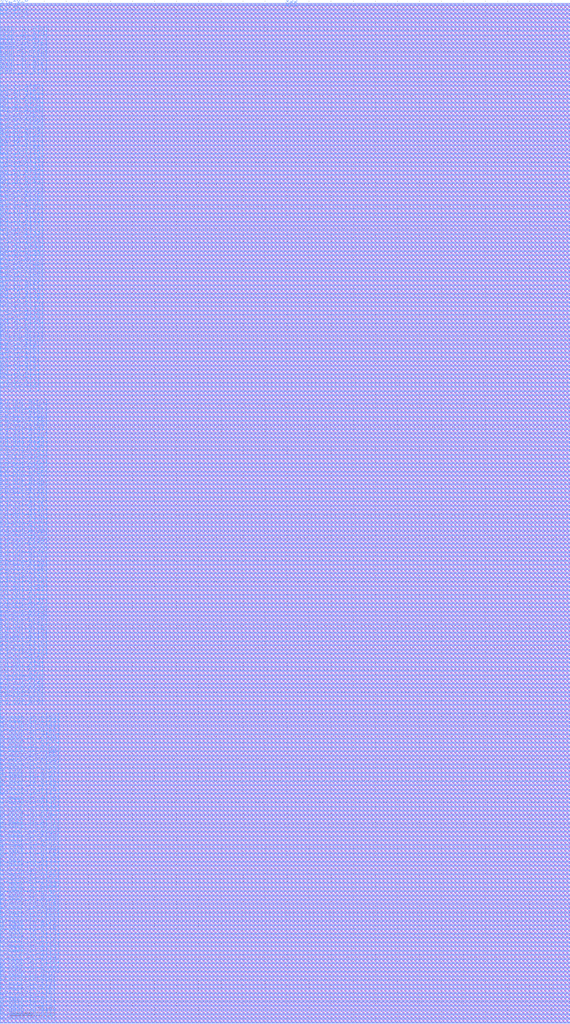
<source format=lef>
# Generated by FakeRAM 2.0
VERSION 5.7 ;
BUSBITCHARS "[]" ;
PROPERTYDEFINITIONS
  MACRO width INTEGER ;
  MACRO depth INTEGER ;
  MACRO banks INTEGER ;
END PROPERTYDEFINITIONS
MACRO fakeram7_tdp_1024x64
  PROPERTY width 64 ;
  PROPERTY depth 1024 ;
  PROPERTY banks 4 ;
  FOREIGN fakeram7_tdp_1024x64 0 0 ;
  SYMMETRY X Y ;
  SIZE 51.680 BY 92.400 ;
  CLASS BLOCK ;
  PIN w_mask_in_A[0]
    DIRECTION INPUT ;
    USE SIGNAL ;
    SHAPE ABUTMENT ;
    PORT
      LAYER M4 ;
      RECT 0.000 0.048 0.024 0.072 ;
    END
  END w_mask_in_A[0]
  PIN w_mask_in_B[0]
    DIRECTION INPUT ;
    USE SIGNAL ;
    SHAPE ABUTMENT ;
    PORT
      LAYER M4 ;
      RECT 51.656 0.048 51.680 0.072 ;
    END
  END w_mask_in_B[0]
  PIN w_mask_in_A[1]
    DIRECTION INPUT ;
    USE SIGNAL ;
    SHAPE ABUTMENT ;
    PORT
      LAYER M4 ;
      RECT 0.000 0.480 0.024 0.504 ;
    END
  END w_mask_in_A[1]
  PIN w_mask_in_B[1]
    DIRECTION INPUT ;
    USE SIGNAL ;
    SHAPE ABUTMENT ;
    PORT
      LAYER M4 ;
      RECT 51.656 0.480 51.680 0.504 ;
    END
  END w_mask_in_B[1]
  PIN w_mask_in_A[2]
    DIRECTION INPUT ;
    USE SIGNAL ;
    SHAPE ABUTMENT ;
    PORT
      LAYER M4 ;
      RECT 0.000 0.912 0.024 0.936 ;
    END
  END w_mask_in_A[2]
  PIN w_mask_in_B[2]
    DIRECTION INPUT ;
    USE SIGNAL ;
    SHAPE ABUTMENT ;
    PORT
      LAYER M4 ;
      RECT 51.656 0.912 51.680 0.936 ;
    END
  END w_mask_in_B[2]
  PIN w_mask_in_A[3]
    DIRECTION INPUT ;
    USE SIGNAL ;
    SHAPE ABUTMENT ;
    PORT
      LAYER M4 ;
      RECT 0.000 1.344 0.024 1.368 ;
    END
  END w_mask_in_A[3]
  PIN w_mask_in_B[3]
    DIRECTION INPUT ;
    USE SIGNAL ;
    SHAPE ABUTMENT ;
    PORT
      LAYER M4 ;
      RECT 51.656 1.344 51.680 1.368 ;
    END
  END w_mask_in_B[3]
  PIN w_mask_in_A[4]
    DIRECTION INPUT ;
    USE SIGNAL ;
    SHAPE ABUTMENT ;
    PORT
      LAYER M4 ;
      RECT 0.000 1.776 0.024 1.800 ;
    END
  END w_mask_in_A[4]
  PIN w_mask_in_B[4]
    DIRECTION INPUT ;
    USE SIGNAL ;
    SHAPE ABUTMENT ;
    PORT
      LAYER M4 ;
      RECT 51.656 1.776 51.680 1.800 ;
    END
  END w_mask_in_B[4]
  PIN w_mask_in_A[5]
    DIRECTION INPUT ;
    USE SIGNAL ;
    SHAPE ABUTMENT ;
    PORT
      LAYER M4 ;
      RECT 0.000 2.208 0.024 2.232 ;
    END
  END w_mask_in_A[5]
  PIN w_mask_in_B[5]
    DIRECTION INPUT ;
    USE SIGNAL ;
    SHAPE ABUTMENT ;
    PORT
      LAYER M4 ;
      RECT 51.656 2.208 51.680 2.232 ;
    END
  END w_mask_in_B[5]
  PIN w_mask_in_A[6]
    DIRECTION INPUT ;
    USE SIGNAL ;
    SHAPE ABUTMENT ;
    PORT
      LAYER M4 ;
      RECT 0.000 2.640 0.024 2.664 ;
    END
  END w_mask_in_A[6]
  PIN w_mask_in_B[6]
    DIRECTION INPUT ;
    USE SIGNAL ;
    SHAPE ABUTMENT ;
    PORT
      LAYER M4 ;
      RECT 51.656 2.640 51.680 2.664 ;
    END
  END w_mask_in_B[6]
  PIN w_mask_in_A[7]
    DIRECTION INPUT ;
    USE SIGNAL ;
    SHAPE ABUTMENT ;
    PORT
      LAYER M4 ;
      RECT 0.000 3.072 0.024 3.096 ;
    END
  END w_mask_in_A[7]
  PIN w_mask_in_B[7]
    DIRECTION INPUT ;
    USE SIGNAL ;
    SHAPE ABUTMENT ;
    PORT
      LAYER M4 ;
      RECT 51.656 3.072 51.680 3.096 ;
    END
  END w_mask_in_B[7]
  PIN w_mask_in_A[8]
    DIRECTION INPUT ;
    USE SIGNAL ;
    SHAPE ABUTMENT ;
    PORT
      LAYER M4 ;
      RECT 0.000 3.504 0.024 3.528 ;
    END
  END w_mask_in_A[8]
  PIN w_mask_in_B[8]
    DIRECTION INPUT ;
    USE SIGNAL ;
    SHAPE ABUTMENT ;
    PORT
      LAYER M4 ;
      RECT 51.656 3.504 51.680 3.528 ;
    END
  END w_mask_in_B[8]
  PIN w_mask_in_A[9]
    DIRECTION INPUT ;
    USE SIGNAL ;
    SHAPE ABUTMENT ;
    PORT
      LAYER M4 ;
      RECT 0.000 3.936 0.024 3.960 ;
    END
  END w_mask_in_A[9]
  PIN w_mask_in_B[9]
    DIRECTION INPUT ;
    USE SIGNAL ;
    SHAPE ABUTMENT ;
    PORT
      LAYER M4 ;
      RECT 51.656 3.936 51.680 3.960 ;
    END
  END w_mask_in_B[9]
  PIN w_mask_in_A[10]
    DIRECTION INPUT ;
    USE SIGNAL ;
    SHAPE ABUTMENT ;
    PORT
      LAYER M4 ;
      RECT 0.000 4.368 0.024 4.392 ;
    END
  END w_mask_in_A[10]
  PIN w_mask_in_B[10]
    DIRECTION INPUT ;
    USE SIGNAL ;
    SHAPE ABUTMENT ;
    PORT
      LAYER M4 ;
      RECT 51.656 4.368 51.680 4.392 ;
    END
  END w_mask_in_B[10]
  PIN w_mask_in_A[11]
    DIRECTION INPUT ;
    USE SIGNAL ;
    SHAPE ABUTMENT ;
    PORT
      LAYER M4 ;
      RECT 0.000 4.800 0.024 4.824 ;
    END
  END w_mask_in_A[11]
  PIN w_mask_in_B[11]
    DIRECTION INPUT ;
    USE SIGNAL ;
    SHAPE ABUTMENT ;
    PORT
      LAYER M4 ;
      RECT 51.656 4.800 51.680 4.824 ;
    END
  END w_mask_in_B[11]
  PIN w_mask_in_A[12]
    DIRECTION INPUT ;
    USE SIGNAL ;
    SHAPE ABUTMENT ;
    PORT
      LAYER M4 ;
      RECT 0.000 5.232 0.024 5.256 ;
    END
  END w_mask_in_A[12]
  PIN w_mask_in_B[12]
    DIRECTION INPUT ;
    USE SIGNAL ;
    SHAPE ABUTMENT ;
    PORT
      LAYER M4 ;
      RECT 51.656 5.232 51.680 5.256 ;
    END
  END w_mask_in_B[12]
  PIN w_mask_in_A[13]
    DIRECTION INPUT ;
    USE SIGNAL ;
    SHAPE ABUTMENT ;
    PORT
      LAYER M4 ;
      RECT 0.000 5.664 0.024 5.688 ;
    END
  END w_mask_in_A[13]
  PIN w_mask_in_B[13]
    DIRECTION INPUT ;
    USE SIGNAL ;
    SHAPE ABUTMENT ;
    PORT
      LAYER M4 ;
      RECT 51.656 5.664 51.680 5.688 ;
    END
  END w_mask_in_B[13]
  PIN w_mask_in_A[14]
    DIRECTION INPUT ;
    USE SIGNAL ;
    SHAPE ABUTMENT ;
    PORT
      LAYER M4 ;
      RECT 0.000 6.096 0.024 6.120 ;
    END
  END w_mask_in_A[14]
  PIN w_mask_in_B[14]
    DIRECTION INPUT ;
    USE SIGNAL ;
    SHAPE ABUTMENT ;
    PORT
      LAYER M4 ;
      RECT 51.656 6.096 51.680 6.120 ;
    END
  END w_mask_in_B[14]
  PIN w_mask_in_A[15]
    DIRECTION INPUT ;
    USE SIGNAL ;
    SHAPE ABUTMENT ;
    PORT
      LAYER M4 ;
      RECT 0.000 6.528 0.024 6.552 ;
    END
  END w_mask_in_A[15]
  PIN w_mask_in_B[15]
    DIRECTION INPUT ;
    USE SIGNAL ;
    SHAPE ABUTMENT ;
    PORT
      LAYER M4 ;
      RECT 51.656 6.528 51.680 6.552 ;
    END
  END w_mask_in_B[15]
  PIN w_mask_in_A[16]
    DIRECTION INPUT ;
    USE SIGNAL ;
    SHAPE ABUTMENT ;
    PORT
      LAYER M4 ;
      RECT 0.000 6.960 0.024 6.984 ;
    END
  END w_mask_in_A[16]
  PIN w_mask_in_B[16]
    DIRECTION INPUT ;
    USE SIGNAL ;
    SHAPE ABUTMENT ;
    PORT
      LAYER M4 ;
      RECT 51.656 6.960 51.680 6.984 ;
    END
  END w_mask_in_B[16]
  PIN w_mask_in_A[17]
    DIRECTION INPUT ;
    USE SIGNAL ;
    SHAPE ABUTMENT ;
    PORT
      LAYER M4 ;
      RECT 0.000 7.392 0.024 7.416 ;
    END
  END w_mask_in_A[17]
  PIN w_mask_in_B[17]
    DIRECTION INPUT ;
    USE SIGNAL ;
    SHAPE ABUTMENT ;
    PORT
      LAYER M4 ;
      RECT 51.656 7.392 51.680 7.416 ;
    END
  END w_mask_in_B[17]
  PIN w_mask_in_A[18]
    DIRECTION INPUT ;
    USE SIGNAL ;
    SHAPE ABUTMENT ;
    PORT
      LAYER M4 ;
      RECT 0.000 7.824 0.024 7.848 ;
    END
  END w_mask_in_A[18]
  PIN w_mask_in_B[18]
    DIRECTION INPUT ;
    USE SIGNAL ;
    SHAPE ABUTMENT ;
    PORT
      LAYER M4 ;
      RECT 51.656 7.824 51.680 7.848 ;
    END
  END w_mask_in_B[18]
  PIN w_mask_in_A[19]
    DIRECTION INPUT ;
    USE SIGNAL ;
    SHAPE ABUTMENT ;
    PORT
      LAYER M4 ;
      RECT 0.000 8.256 0.024 8.280 ;
    END
  END w_mask_in_A[19]
  PIN w_mask_in_B[19]
    DIRECTION INPUT ;
    USE SIGNAL ;
    SHAPE ABUTMENT ;
    PORT
      LAYER M4 ;
      RECT 51.656 8.256 51.680 8.280 ;
    END
  END w_mask_in_B[19]
  PIN w_mask_in_A[20]
    DIRECTION INPUT ;
    USE SIGNAL ;
    SHAPE ABUTMENT ;
    PORT
      LAYER M4 ;
      RECT 0.000 8.688 0.024 8.712 ;
    END
  END w_mask_in_A[20]
  PIN w_mask_in_B[20]
    DIRECTION INPUT ;
    USE SIGNAL ;
    SHAPE ABUTMENT ;
    PORT
      LAYER M4 ;
      RECT 51.656 8.688 51.680 8.712 ;
    END
  END w_mask_in_B[20]
  PIN w_mask_in_A[21]
    DIRECTION INPUT ;
    USE SIGNAL ;
    SHAPE ABUTMENT ;
    PORT
      LAYER M4 ;
      RECT 0.000 9.120 0.024 9.144 ;
    END
  END w_mask_in_A[21]
  PIN w_mask_in_B[21]
    DIRECTION INPUT ;
    USE SIGNAL ;
    SHAPE ABUTMENT ;
    PORT
      LAYER M4 ;
      RECT 51.656 9.120 51.680 9.144 ;
    END
  END w_mask_in_B[21]
  PIN w_mask_in_A[22]
    DIRECTION INPUT ;
    USE SIGNAL ;
    SHAPE ABUTMENT ;
    PORT
      LAYER M4 ;
      RECT 0.000 9.552 0.024 9.576 ;
    END
  END w_mask_in_A[22]
  PIN w_mask_in_B[22]
    DIRECTION INPUT ;
    USE SIGNAL ;
    SHAPE ABUTMENT ;
    PORT
      LAYER M4 ;
      RECT 51.656 9.552 51.680 9.576 ;
    END
  END w_mask_in_B[22]
  PIN w_mask_in_A[23]
    DIRECTION INPUT ;
    USE SIGNAL ;
    SHAPE ABUTMENT ;
    PORT
      LAYER M4 ;
      RECT 0.000 9.984 0.024 10.008 ;
    END
  END w_mask_in_A[23]
  PIN w_mask_in_B[23]
    DIRECTION INPUT ;
    USE SIGNAL ;
    SHAPE ABUTMENT ;
    PORT
      LAYER M4 ;
      RECT 51.656 9.984 51.680 10.008 ;
    END
  END w_mask_in_B[23]
  PIN w_mask_in_A[24]
    DIRECTION INPUT ;
    USE SIGNAL ;
    SHAPE ABUTMENT ;
    PORT
      LAYER M4 ;
      RECT 0.000 10.416 0.024 10.440 ;
    END
  END w_mask_in_A[24]
  PIN w_mask_in_B[24]
    DIRECTION INPUT ;
    USE SIGNAL ;
    SHAPE ABUTMENT ;
    PORT
      LAYER M4 ;
      RECT 51.656 10.416 51.680 10.440 ;
    END
  END w_mask_in_B[24]
  PIN w_mask_in_A[25]
    DIRECTION INPUT ;
    USE SIGNAL ;
    SHAPE ABUTMENT ;
    PORT
      LAYER M4 ;
      RECT 0.000 10.848 0.024 10.872 ;
    END
  END w_mask_in_A[25]
  PIN w_mask_in_B[25]
    DIRECTION INPUT ;
    USE SIGNAL ;
    SHAPE ABUTMENT ;
    PORT
      LAYER M4 ;
      RECT 51.656 10.848 51.680 10.872 ;
    END
  END w_mask_in_B[25]
  PIN w_mask_in_A[26]
    DIRECTION INPUT ;
    USE SIGNAL ;
    SHAPE ABUTMENT ;
    PORT
      LAYER M4 ;
      RECT 0.000 11.280 0.024 11.304 ;
    END
  END w_mask_in_A[26]
  PIN w_mask_in_B[26]
    DIRECTION INPUT ;
    USE SIGNAL ;
    SHAPE ABUTMENT ;
    PORT
      LAYER M4 ;
      RECT 51.656 11.280 51.680 11.304 ;
    END
  END w_mask_in_B[26]
  PIN w_mask_in_A[27]
    DIRECTION INPUT ;
    USE SIGNAL ;
    SHAPE ABUTMENT ;
    PORT
      LAYER M4 ;
      RECT 0.000 11.712 0.024 11.736 ;
    END
  END w_mask_in_A[27]
  PIN w_mask_in_B[27]
    DIRECTION INPUT ;
    USE SIGNAL ;
    SHAPE ABUTMENT ;
    PORT
      LAYER M4 ;
      RECT 51.656 11.712 51.680 11.736 ;
    END
  END w_mask_in_B[27]
  PIN w_mask_in_A[28]
    DIRECTION INPUT ;
    USE SIGNAL ;
    SHAPE ABUTMENT ;
    PORT
      LAYER M4 ;
      RECT 0.000 12.144 0.024 12.168 ;
    END
  END w_mask_in_A[28]
  PIN w_mask_in_B[28]
    DIRECTION INPUT ;
    USE SIGNAL ;
    SHAPE ABUTMENT ;
    PORT
      LAYER M4 ;
      RECT 51.656 12.144 51.680 12.168 ;
    END
  END w_mask_in_B[28]
  PIN w_mask_in_A[29]
    DIRECTION INPUT ;
    USE SIGNAL ;
    SHAPE ABUTMENT ;
    PORT
      LAYER M4 ;
      RECT 0.000 12.576 0.024 12.600 ;
    END
  END w_mask_in_A[29]
  PIN w_mask_in_B[29]
    DIRECTION INPUT ;
    USE SIGNAL ;
    SHAPE ABUTMENT ;
    PORT
      LAYER M4 ;
      RECT 51.656 12.576 51.680 12.600 ;
    END
  END w_mask_in_B[29]
  PIN w_mask_in_A[30]
    DIRECTION INPUT ;
    USE SIGNAL ;
    SHAPE ABUTMENT ;
    PORT
      LAYER M4 ;
      RECT 0.000 13.008 0.024 13.032 ;
    END
  END w_mask_in_A[30]
  PIN w_mask_in_B[30]
    DIRECTION INPUT ;
    USE SIGNAL ;
    SHAPE ABUTMENT ;
    PORT
      LAYER M4 ;
      RECT 51.656 13.008 51.680 13.032 ;
    END
  END w_mask_in_B[30]
  PIN w_mask_in_A[31]
    DIRECTION INPUT ;
    USE SIGNAL ;
    SHAPE ABUTMENT ;
    PORT
      LAYER M4 ;
      RECT 0.000 13.440 0.024 13.464 ;
    END
  END w_mask_in_A[31]
  PIN w_mask_in_B[31]
    DIRECTION INPUT ;
    USE SIGNAL ;
    SHAPE ABUTMENT ;
    PORT
      LAYER M4 ;
      RECT 51.656 13.440 51.680 13.464 ;
    END
  END w_mask_in_B[31]
  PIN w_mask_in_A[32]
    DIRECTION INPUT ;
    USE SIGNAL ;
    SHAPE ABUTMENT ;
    PORT
      LAYER M4 ;
      RECT 0.000 13.872 0.024 13.896 ;
    END
  END w_mask_in_A[32]
  PIN w_mask_in_B[32]
    DIRECTION INPUT ;
    USE SIGNAL ;
    SHAPE ABUTMENT ;
    PORT
      LAYER M4 ;
      RECT 51.656 13.872 51.680 13.896 ;
    END
  END w_mask_in_B[32]
  PIN w_mask_in_A[33]
    DIRECTION INPUT ;
    USE SIGNAL ;
    SHAPE ABUTMENT ;
    PORT
      LAYER M4 ;
      RECT 0.000 14.304 0.024 14.328 ;
    END
  END w_mask_in_A[33]
  PIN w_mask_in_B[33]
    DIRECTION INPUT ;
    USE SIGNAL ;
    SHAPE ABUTMENT ;
    PORT
      LAYER M4 ;
      RECT 51.656 14.304 51.680 14.328 ;
    END
  END w_mask_in_B[33]
  PIN w_mask_in_A[34]
    DIRECTION INPUT ;
    USE SIGNAL ;
    SHAPE ABUTMENT ;
    PORT
      LAYER M4 ;
      RECT 0.000 14.736 0.024 14.760 ;
    END
  END w_mask_in_A[34]
  PIN w_mask_in_B[34]
    DIRECTION INPUT ;
    USE SIGNAL ;
    SHAPE ABUTMENT ;
    PORT
      LAYER M4 ;
      RECT 51.656 14.736 51.680 14.760 ;
    END
  END w_mask_in_B[34]
  PIN w_mask_in_A[35]
    DIRECTION INPUT ;
    USE SIGNAL ;
    SHAPE ABUTMENT ;
    PORT
      LAYER M4 ;
      RECT 0.000 15.168 0.024 15.192 ;
    END
  END w_mask_in_A[35]
  PIN w_mask_in_B[35]
    DIRECTION INPUT ;
    USE SIGNAL ;
    SHAPE ABUTMENT ;
    PORT
      LAYER M4 ;
      RECT 51.656 15.168 51.680 15.192 ;
    END
  END w_mask_in_B[35]
  PIN w_mask_in_A[36]
    DIRECTION INPUT ;
    USE SIGNAL ;
    SHAPE ABUTMENT ;
    PORT
      LAYER M4 ;
      RECT 0.000 15.600 0.024 15.624 ;
    END
  END w_mask_in_A[36]
  PIN w_mask_in_B[36]
    DIRECTION INPUT ;
    USE SIGNAL ;
    SHAPE ABUTMENT ;
    PORT
      LAYER M4 ;
      RECT 51.656 15.600 51.680 15.624 ;
    END
  END w_mask_in_B[36]
  PIN w_mask_in_A[37]
    DIRECTION INPUT ;
    USE SIGNAL ;
    SHAPE ABUTMENT ;
    PORT
      LAYER M4 ;
      RECT 0.000 16.032 0.024 16.056 ;
    END
  END w_mask_in_A[37]
  PIN w_mask_in_B[37]
    DIRECTION INPUT ;
    USE SIGNAL ;
    SHAPE ABUTMENT ;
    PORT
      LAYER M4 ;
      RECT 51.656 16.032 51.680 16.056 ;
    END
  END w_mask_in_B[37]
  PIN w_mask_in_A[38]
    DIRECTION INPUT ;
    USE SIGNAL ;
    SHAPE ABUTMENT ;
    PORT
      LAYER M4 ;
      RECT 0.000 16.464 0.024 16.488 ;
    END
  END w_mask_in_A[38]
  PIN w_mask_in_B[38]
    DIRECTION INPUT ;
    USE SIGNAL ;
    SHAPE ABUTMENT ;
    PORT
      LAYER M4 ;
      RECT 51.656 16.464 51.680 16.488 ;
    END
  END w_mask_in_B[38]
  PIN w_mask_in_A[39]
    DIRECTION INPUT ;
    USE SIGNAL ;
    SHAPE ABUTMENT ;
    PORT
      LAYER M4 ;
      RECT 0.000 16.896 0.024 16.920 ;
    END
  END w_mask_in_A[39]
  PIN w_mask_in_B[39]
    DIRECTION INPUT ;
    USE SIGNAL ;
    SHAPE ABUTMENT ;
    PORT
      LAYER M4 ;
      RECT 51.656 16.896 51.680 16.920 ;
    END
  END w_mask_in_B[39]
  PIN w_mask_in_A[40]
    DIRECTION INPUT ;
    USE SIGNAL ;
    SHAPE ABUTMENT ;
    PORT
      LAYER M4 ;
      RECT 0.000 17.328 0.024 17.352 ;
    END
  END w_mask_in_A[40]
  PIN w_mask_in_B[40]
    DIRECTION INPUT ;
    USE SIGNAL ;
    SHAPE ABUTMENT ;
    PORT
      LAYER M4 ;
      RECT 51.656 17.328 51.680 17.352 ;
    END
  END w_mask_in_B[40]
  PIN w_mask_in_A[41]
    DIRECTION INPUT ;
    USE SIGNAL ;
    SHAPE ABUTMENT ;
    PORT
      LAYER M4 ;
      RECT 0.000 17.760 0.024 17.784 ;
    END
  END w_mask_in_A[41]
  PIN w_mask_in_B[41]
    DIRECTION INPUT ;
    USE SIGNAL ;
    SHAPE ABUTMENT ;
    PORT
      LAYER M4 ;
      RECT 51.656 17.760 51.680 17.784 ;
    END
  END w_mask_in_B[41]
  PIN w_mask_in_A[42]
    DIRECTION INPUT ;
    USE SIGNAL ;
    SHAPE ABUTMENT ;
    PORT
      LAYER M4 ;
      RECT 0.000 18.192 0.024 18.216 ;
    END
  END w_mask_in_A[42]
  PIN w_mask_in_B[42]
    DIRECTION INPUT ;
    USE SIGNAL ;
    SHAPE ABUTMENT ;
    PORT
      LAYER M4 ;
      RECT 51.656 18.192 51.680 18.216 ;
    END
  END w_mask_in_B[42]
  PIN w_mask_in_A[43]
    DIRECTION INPUT ;
    USE SIGNAL ;
    SHAPE ABUTMENT ;
    PORT
      LAYER M4 ;
      RECT 0.000 18.624 0.024 18.648 ;
    END
  END w_mask_in_A[43]
  PIN w_mask_in_B[43]
    DIRECTION INPUT ;
    USE SIGNAL ;
    SHAPE ABUTMENT ;
    PORT
      LAYER M4 ;
      RECT 51.656 18.624 51.680 18.648 ;
    END
  END w_mask_in_B[43]
  PIN w_mask_in_A[44]
    DIRECTION INPUT ;
    USE SIGNAL ;
    SHAPE ABUTMENT ;
    PORT
      LAYER M4 ;
      RECT 0.000 19.056 0.024 19.080 ;
    END
  END w_mask_in_A[44]
  PIN w_mask_in_B[44]
    DIRECTION INPUT ;
    USE SIGNAL ;
    SHAPE ABUTMENT ;
    PORT
      LAYER M4 ;
      RECT 51.656 19.056 51.680 19.080 ;
    END
  END w_mask_in_B[44]
  PIN w_mask_in_A[45]
    DIRECTION INPUT ;
    USE SIGNAL ;
    SHAPE ABUTMENT ;
    PORT
      LAYER M4 ;
      RECT 0.000 19.488 0.024 19.512 ;
    END
  END w_mask_in_A[45]
  PIN w_mask_in_B[45]
    DIRECTION INPUT ;
    USE SIGNAL ;
    SHAPE ABUTMENT ;
    PORT
      LAYER M4 ;
      RECT 51.656 19.488 51.680 19.512 ;
    END
  END w_mask_in_B[45]
  PIN w_mask_in_A[46]
    DIRECTION INPUT ;
    USE SIGNAL ;
    SHAPE ABUTMENT ;
    PORT
      LAYER M4 ;
      RECT 0.000 19.920 0.024 19.944 ;
    END
  END w_mask_in_A[46]
  PIN w_mask_in_B[46]
    DIRECTION INPUT ;
    USE SIGNAL ;
    SHAPE ABUTMENT ;
    PORT
      LAYER M4 ;
      RECT 51.656 19.920 51.680 19.944 ;
    END
  END w_mask_in_B[46]
  PIN w_mask_in_A[47]
    DIRECTION INPUT ;
    USE SIGNAL ;
    SHAPE ABUTMENT ;
    PORT
      LAYER M4 ;
      RECT 0.000 20.352 0.024 20.376 ;
    END
  END w_mask_in_A[47]
  PIN w_mask_in_B[47]
    DIRECTION INPUT ;
    USE SIGNAL ;
    SHAPE ABUTMENT ;
    PORT
      LAYER M4 ;
      RECT 51.656 20.352 51.680 20.376 ;
    END
  END w_mask_in_B[47]
  PIN w_mask_in_A[48]
    DIRECTION INPUT ;
    USE SIGNAL ;
    SHAPE ABUTMENT ;
    PORT
      LAYER M4 ;
      RECT 0.000 20.784 0.024 20.808 ;
    END
  END w_mask_in_A[48]
  PIN w_mask_in_B[48]
    DIRECTION INPUT ;
    USE SIGNAL ;
    SHAPE ABUTMENT ;
    PORT
      LAYER M4 ;
      RECT 51.656 20.784 51.680 20.808 ;
    END
  END w_mask_in_B[48]
  PIN w_mask_in_A[49]
    DIRECTION INPUT ;
    USE SIGNAL ;
    SHAPE ABUTMENT ;
    PORT
      LAYER M4 ;
      RECT 0.000 21.216 0.024 21.240 ;
    END
  END w_mask_in_A[49]
  PIN w_mask_in_B[49]
    DIRECTION INPUT ;
    USE SIGNAL ;
    SHAPE ABUTMENT ;
    PORT
      LAYER M4 ;
      RECT 51.656 21.216 51.680 21.240 ;
    END
  END w_mask_in_B[49]
  PIN w_mask_in_A[50]
    DIRECTION INPUT ;
    USE SIGNAL ;
    SHAPE ABUTMENT ;
    PORT
      LAYER M4 ;
      RECT 0.000 21.648 0.024 21.672 ;
    END
  END w_mask_in_A[50]
  PIN w_mask_in_B[50]
    DIRECTION INPUT ;
    USE SIGNAL ;
    SHAPE ABUTMENT ;
    PORT
      LAYER M4 ;
      RECT 51.656 21.648 51.680 21.672 ;
    END
  END w_mask_in_B[50]
  PIN w_mask_in_A[51]
    DIRECTION INPUT ;
    USE SIGNAL ;
    SHAPE ABUTMENT ;
    PORT
      LAYER M4 ;
      RECT 0.000 22.080 0.024 22.104 ;
    END
  END w_mask_in_A[51]
  PIN w_mask_in_B[51]
    DIRECTION INPUT ;
    USE SIGNAL ;
    SHAPE ABUTMENT ;
    PORT
      LAYER M4 ;
      RECT 51.656 22.080 51.680 22.104 ;
    END
  END w_mask_in_B[51]
  PIN w_mask_in_A[52]
    DIRECTION INPUT ;
    USE SIGNAL ;
    SHAPE ABUTMENT ;
    PORT
      LAYER M4 ;
      RECT 0.000 22.512 0.024 22.536 ;
    END
  END w_mask_in_A[52]
  PIN w_mask_in_B[52]
    DIRECTION INPUT ;
    USE SIGNAL ;
    SHAPE ABUTMENT ;
    PORT
      LAYER M4 ;
      RECT 51.656 22.512 51.680 22.536 ;
    END
  END w_mask_in_B[52]
  PIN w_mask_in_A[53]
    DIRECTION INPUT ;
    USE SIGNAL ;
    SHAPE ABUTMENT ;
    PORT
      LAYER M4 ;
      RECT 0.000 22.944 0.024 22.968 ;
    END
  END w_mask_in_A[53]
  PIN w_mask_in_B[53]
    DIRECTION INPUT ;
    USE SIGNAL ;
    SHAPE ABUTMENT ;
    PORT
      LAYER M4 ;
      RECT 51.656 22.944 51.680 22.968 ;
    END
  END w_mask_in_B[53]
  PIN w_mask_in_A[54]
    DIRECTION INPUT ;
    USE SIGNAL ;
    SHAPE ABUTMENT ;
    PORT
      LAYER M4 ;
      RECT 0.000 23.376 0.024 23.400 ;
    END
  END w_mask_in_A[54]
  PIN w_mask_in_B[54]
    DIRECTION INPUT ;
    USE SIGNAL ;
    SHAPE ABUTMENT ;
    PORT
      LAYER M4 ;
      RECT 51.656 23.376 51.680 23.400 ;
    END
  END w_mask_in_B[54]
  PIN w_mask_in_A[55]
    DIRECTION INPUT ;
    USE SIGNAL ;
    SHAPE ABUTMENT ;
    PORT
      LAYER M4 ;
      RECT 0.000 23.808 0.024 23.832 ;
    END
  END w_mask_in_A[55]
  PIN w_mask_in_B[55]
    DIRECTION INPUT ;
    USE SIGNAL ;
    SHAPE ABUTMENT ;
    PORT
      LAYER M4 ;
      RECT 51.656 23.808 51.680 23.832 ;
    END
  END w_mask_in_B[55]
  PIN w_mask_in_A[56]
    DIRECTION INPUT ;
    USE SIGNAL ;
    SHAPE ABUTMENT ;
    PORT
      LAYER M4 ;
      RECT 0.000 24.240 0.024 24.264 ;
    END
  END w_mask_in_A[56]
  PIN w_mask_in_B[56]
    DIRECTION INPUT ;
    USE SIGNAL ;
    SHAPE ABUTMENT ;
    PORT
      LAYER M4 ;
      RECT 51.656 24.240 51.680 24.264 ;
    END
  END w_mask_in_B[56]
  PIN w_mask_in_A[57]
    DIRECTION INPUT ;
    USE SIGNAL ;
    SHAPE ABUTMENT ;
    PORT
      LAYER M4 ;
      RECT 0.000 24.672 0.024 24.696 ;
    END
  END w_mask_in_A[57]
  PIN w_mask_in_B[57]
    DIRECTION INPUT ;
    USE SIGNAL ;
    SHAPE ABUTMENT ;
    PORT
      LAYER M4 ;
      RECT 51.656 24.672 51.680 24.696 ;
    END
  END w_mask_in_B[57]
  PIN w_mask_in_A[58]
    DIRECTION INPUT ;
    USE SIGNAL ;
    SHAPE ABUTMENT ;
    PORT
      LAYER M4 ;
      RECT 0.000 25.104 0.024 25.128 ;
    END
  END w_mask_in_A[58]
  PIN w_mask_in_B[58]
    DIRECTION INPUT ;
    USE SIGNAL ;
    SHAPE ABUTMENT ;
    PORT
      LAYER M4 ;
      RECT 51.656 25.104 51.680 25.128 ;
    END
  END w_mask_in_B[58]
  PIN w_mask_in_A[59]
    DIRECTION INPUT ;
    USE SIGNAL ;
    SHAPE ABUTMENT ;
    PORT
      LAYER M4 ;
      RECT 0.000 25.536 0.024 25.560 ;
    END
  END w_mask_in_A[59]
  PIN w_mask_in_B[59]
    DIRECTION INPUT ;
    USE SIGNAL ;
    SHAPE ABUTMENT ;
    PORT
      LAYER M4 ;
      RECT 51.656 25.536 51.680 25.560 ;
    END
  END w_mask_in_B[59]
  PIN w_mask_in_A[60]
    DIRECTION INPUT ;
    USE SIGNAL ;
    SHAPE ABUTMENT ;
    PORT
      LAYER M4 ;
      RECT 0.000 25.968 0.024 25.992 ;
    END
  END w_mask_in_A[60]
  PIN w_mask_in_B[60]
    DIRECTION INPUT ;
    USE SIGNAL ;
    SHAPE ABUTMENT ;
    PORT
      LAYER M4 ;
      RECT 51.656 25.968 51.680 25.992 ;
    END
  END w_mask_in_B[60]
  PIN w_mask_in_A[61]
    DIRECTION INPUT ;
    USE SIGNAL ;
    SHAPE ABUTMENT ;
    PORT
      LAYER M4 ;
      RECT 0.000 26.400 0.024 26.424 ;
    END
  END w_mask_in_A[61]
  PIN w_mask_in_B[61]
    DIRECTION INPUT ;
    USE SIGNAL ;
    SHAPE ABUTMENT ;
    PORT
      LAYER M4 ;
      RECT 51.656 26.400 51.680 26.424 ;
    END
  END w_mask_in_B[61]
  PIN w_mask_in_A[62]
    DIRECTION INPUT ;
    USE SIGNAL ;
    SHAPE ABUTMENT ;
    PORT
      LAYER M4 ;
      RECT 0.000 26.832 0.024 26.856 ;
    END
  END w_mask_in_A[62]
  PIN w_mask_in_B[62]
    DIRECTION INPUT ;
    USE SIGNAL ;
    SHAPE ABUTMENT ;
    PORT
      LAYER M4 ;
      RECT 51.656 26.832 51.680 26.856 ;
    END
  END w_mask_in_B[62]
  PIN w_mask_in_A[63]
    DIRECTION INPUT ;
    USE SIGNAL ;
    SHAPE ABUTMENT ;
    PORT
      LAYER M4 ;
      RECT 0.000 27.264 0.024 27.288 ;
    END
  END w_mask_in_A[63]
  PIN w_mask_in_B[63]
    DIRECTION INPUT ;
    USE SIGNAL ;
    SHAPE ABUTMENT ;
    PORT
      LAYER M4 ;
      RECT 51.656 27.264 51.680 27.288 ;
    END
  END w_mask_in_B[63]
  PIN rd_out_A[0]
    DIRECTION OUTPUT ;
    USE SIGNAL ;
    SHAPE ABUTMENT ;
    PORT
      LAYER M4 ;
      RECT 0.000 28.608 0.024 28.632 ;
    END
  END rd_out_A[0]
  PIN rd_out_B[0]
    DIRECTION OUTPUT ;
    USE SIGNAL ;
    SHAPE ABUTMENT ;
    PORT
      LAYER M4 ;
      RECT 51.656 28.608 51.680 28.632 ;
    END
  END rd_out_B[0]
  PIN rd_out_A[1]
    DIRECTION OUTPUT ;
    USE SIGNAL ;
    SHAPE ABUTMENT ;
    PORT
      LAYER M4 ;
      RECT 0.000 29.040 0.024 29.064 ;
    END
  END rd_out_A[1]
  PIN rd_out_B[1]
    DIRECTION OUTPUT ;
    USE SIGNAL ;
    SHAPE ABUTMENT ;
    PORT
      LAYER M4 ;
      RECT 51.656 29.040 51.680 29.064 ;
    END
  END rd_out_B[1]
  PIN rd_out_A[2]
    DIRECTION OUTPUT ;
    USE SIGNAL ;
    SHAPE ABUTMENT ;
    PORT
      LAYER M4 ;
      RECT 0.000 29.472 0.024 29.496 ;
    END
  END rd_out_A[2]
  PIN rd_out_B[2]
    DIRECTION OUTPUT ;
    USE SIGNAL ;
    SHAPE ABUTMENT ;
    PORT
      LAYER M4 ;
      RECT 51.656 29.472 51.680 29.496 ;
    END
  END rd_out_B[2]
  PIN rd_out_A[3]
    DIRECTION OUTPUT ;
    USE SIGNAL ;
    SHAPE ABUTMENT ;
    PORT
      LAYER M4 ;
      RECT 0.000 29.904 0.024 29.928 ;
    END
  END rd_out_A[3]
  PIN rd_out_B[3]
    DIRECTION OUTPUT ;
    USE SIGNAL ;
    SHAPE ABUTMENT ;
    PORT
      LAYER M4 ;
      RECT 51.656 29.904 51.680 29.928 ;
    END
  END rd_out_B[3]
  PIN rd_out_A[4]
    DIRECTION OUTPUT ;
    USE SIGNAL ;
    SHAPE ABUTMENT ;
    PORT
      LAYER M4 ;
      RECT 0.000 30.336 0.024 30.360 ;
    END
  END rd_out_A[4]
  PIN rd_out_B[4]
    DIRECTION OUTPUT ;
    USE SIGNAL ;
    SHAPE ABUTMENT ;
    PORT
      LAYER M4 ;
      RECT 51.656 30.336 51.680 30.360 ;
    END
  END rd_out_B[4]
  PIN rd_out_A[5]
    DIRECTION OUTPUT ;
    USE SIGNAL ;
    SHAPE ABUTMENT ;
    PORT
      LAYER M4 ;
      RECT 0.000 30.768 0.024 30.792 ;
    END
  END rd_out_A[5]
  PIN rd_out_B[5]
    DIRECTION OUTPUT ;
    USE SIGNAL ;
    SHAPE ABUTMENT ;
    PORT
      LAYER M4 ;
      RECT 51.656 30.768 51.680 30.792 ;
    END
  END rd_out_B[5]
  PIN rd_out_A[6]
    DIRECTION OUTPUT ;
    USE SIGNAL ;
    SHAPE ABUTMENT ;
    PORT
      LAYER M4 ;
      RECT 0.000 31.200 0.024 31.224 ;
    END
  END rd_out_A[6]
  PIN rd_out_B[6]
    DIRECTION OUTPUT ;
    USE SIGNAL ;
    SHAPE ABUTMENT ;
    PORT
      LAYER M4 ;
      RECT 51.656 31.200 51.680 31.224 ;
    END
  END rd_out_B[6]
  PIN rd_out_A[7]
    DIRECTION OUTPUT ;
    USE SIGNAL ;
    SHAPE ABUTMENT ;
    PORT
      LAYER M4 ;
      RECT 0.000 31.632 0.024 31.656 ;
    END
  END rd_out_A[7]
  PIN rd_out_B[7]
    DIRECTION OUTPUT ;
    USE SIGNAL ;
    SHAPE ABUTMENT ;
    PORT
      LAYER M4 ;
      RECT 51.656 31.632 51.680 31.656 ;
    END
  END rd_out_B[7]
  PIN rd_out_A[8]
    DIRECTION OUTPUT ;
    USE SIGNAL ;
    SHAPE ABUTMENT ;
    PORT
      LAYER M4 ;
      RECT 0.000 32.064 0.024 32.088 ;
    END
  END rd_out_A[8]
  PIN rd_out_B[8]
    DIRECTION OUTPUT ;
    USE SIGNAL ;
    SHAPE ABUTMENT ;
    PORT
      LAYER M4 ;
      RECT 51.656 32.064 51.680 32.088 ;
    END
  END rd_out_B[8]
  PIN rd_out_A[9]
    DIRECTION OUTPUT ;
    USE SIGNAL ;
    SHAPE ABUTMENT ;
    PORT
      LAYER M4 ;
      RECT 0.000 32.496 0.024 32.520 ;
    END
  END rd_out_A[9]
  PIN rd_out_B[9]
    DIRECTION OUTPUT ;
    USE SIGNAL ;
    SHAPE ABUTMENT ;
    PORT
      LAYER M4 ;
      RECT 51.656 32.496 51.680 32.520 ;
    END
  END rd_out_B[9]
  PIN rd_out_A[10]
    DIRECTION OUTPUT ;
    USE SIGNAL ;
    SHAPE ABUTMENT ;
    PORT
      LAYER M4 ;
      RECT 0.000 32.928 0.024 32.952 ;
    END
  END rd_out_A[10]
  PIN rd_out_B[10]
    DIRECTION OUTPUT ;
    USE SIGNAL ;
    SHAPE ABUTMENT ;
    PORT
      LAYER M4 ;
      RECT 51.656 32.928 51.680 32.952 ;
    END
  END rd_out_B[10]
  PIN rd_out_A[11]
    DIRECTION OUTPUT ;
    USE SIGNAL ;
    SHAPE ABUTMENT ;
    PORT
      LAYER M4 ;
      RECT 0.000 33.360 0.024 33.384 ;
    END
  END rd_out_A[11]
  PIN rd_out_B[11]
    DIRECTION OUTPUT ;
    USE SIGNAL ;
    SHAPE ABUTMENT ;
    PORT
      LAYER M4 ;
      RECT 51.656 33.360 51.680 33.384 ;
    END
  END rd_out_B[11]
  PIN rd_out_A[12]
    DIRECTION OUTPUT ;
    USE SIGNAL ;
    SHAPE ABUTMENT ;
    PORT
      LAYER M4 ;
      RECT 0.000 33.792 0.024 33.816 ;
    END
  END rd_out_A[12]
  PIN rd_out_B[12]
    DIRECTION OUTPUT ;
    USE SIGNAL ;
    SHAPE ABUTMENT ;
    PORT
      LAYER M4 ;
      RECT 51.656 33.792 51.680 33.816 ;
    END
  END rd_out_B[12]
  PIN rd_out_A[13]
    DIRECTION OUTPUT ;
    USE SIGNAL ;
    SHAPE ABUTMENT ;
    PORT
      LAYER M4 ;
      RECT 0.000 34.224 0.024 34.248 ;
    END
  END rd_out_A[13]
  PIN rd_out_B[13]
    DIRECTION OUTPUT ;
    USE SIGNAL ;
    SHAPE ABUTMENT ;
    PORT
      LAYER M4 ;
      RECT 51.656 34.224 51.680 34.248 ;
    END
  END rd_out_B[13]
  PIN rd_out_A[14]
    DIRECTION OUTPUT ;
    USE SIGNAL ;
    SHAPE ABUTMENT ;
    PORT
      LAYER M4 ;
      RECT 0.000 34.656 0.024 34.680 ;
    END
  END rd_out_A[14]
  PIN rd_out_B[14]
    DIRECTION OUTPUT ;
    USE SIGNAL ;
    SHAPE ABUTMENT ;
    PORT
      LAYER M4 ;
      RECT 51.656 34.656 51.680 34.680 ;
    END
  END rd_out_B[14]
  PIN rd_out_A[15]
    DIRECTION OUTPUT ;
    USE SIGNAL ;
    SHAPE ABUTMENT ;
    PORT
      LAYER M4 ;
      RECT 0.000 35.088 0.024 35.112 ;
    END
  END rd_out_A[15]
  PIN rd_out_B[15]
    DIRECTION OUTPUT ;
    USE SIGNAL ;
    SHAPE ABUTMENT ;
    PORT
      LAYER M4 ;
      RECT 51.656 35.088 51.680 35.112 ;
    END
  END rd_out_B[15]
  PIN rd_out_A[16]
    DIRECTION OUTPUT ;
    USE SIGNAL ;
    SHAPE ABUTMENT ;
    PORT
      LAYER M4 ;
      RECT 0.000 35.520 0.024 35.544 ;
    END
  END rd_out_A[16]
  PIN rd_out_B[16]
    DIRECTION OUTPUT ;
    USE SIGNAL ;
    SHAPE ABUTMENT ;
    PORT
      LAYER M4 ;
      RECT 51.656 35.520 51.680 35.544 ;
    END
  END rd_out_B[16]
  PIN rd_out_A[17]
    DIRECTION OUTPUT ;
    USE SIGNAL ;
    SHAPE ABUTMENT ;
    PORT
      LAYER M4 ;
      RECT 0.000 35.952 0.024 35.976 ;
    END
  END rd_out_A[17]
  PIN rd_out_B[17]
    DIRECTION OUTPUT ;
    USE SIGNAL ;
    SHAPE ABUTMENT ;
    PORT
      LAYER M4 ;
      RECT 51.656 35.952 51.680 35.976 ;
    END
  END rd_out_B[17]
  PIN rd_out_A[18]
    DIRECTION OUTPUT ;
    USE SIGNAL ;
    SHAPE ABUTMENT ;
    PORT
      LAYER M4 ;
      RECT 0.000 36.384 0.024 36.408 ;
    END
  END rd_out_A[18]
  PIN rd_out_B[18]
    DIRECTION OUTPUT ;
    USE SIGNAL ;
    SHAPE ABUTMENT ;
    PORT
      LAYER M4 ;
      RECT 51.656 36.384 51.680 36.408 ;
    END
  END rd_out_B[18]
  PIN rd_out_A[19]
    DIRECTION OUTPUT ;
    USE SIGNAL ;
    SHAPE ABUTMENT ;
    PORT
      LAYER M4 ;
      RECT 0.000 36.816 0.024 36.840 ;
    END
  END rd_out_A[19]
  PIN rd_out_B[19]
    DIRECTION OUTPUT ;
    USE SIGNAL ;
    SHAPE ABUTMENT ;
    PORT
      LAYER M4 ;
      RECT 51.656 36.816 51.680 36.840 ;
    END
  END rd_out_B[19]
  PIN rd_out_A[20]
    DIRECTION OUTPUT ;
    USE SIGNAL ;
    SHAPE ABUTMENT ;
    PORT
      LAYER M4 ;
      RECT 0.000 37.248 0.024 37.272 ;
    END
  END rd_out_A[20]
  PIN rd_out_B[20]
    DIRECTION OUTPUT ;
    USE SIGNAL ;
    SHAPE ABUTMENT ;
    PORT
      LAYER M4 ;
      RECT 51.656 37.248 51.680 37.272 ;
    END
  END rd_out_B[20]
  PIN rd_out_A[21]
    DIRECTION OUTPUT ;
    USE SIGNAL ;
    SHAPE ABUTMENT ;
    PORT
      LAYER M4 ;
      RECT 0.000 37.680 0.024 37.704 ;
    END
  END rd_out_A[21]
  PIN rd_out_B[21]
    DIRECTION OUTPUT ;
    USE SIGNAL ;
    SHAPE ABUTMENT ;
    PORT
      LAYER M4 ;
      RECT 51.656 37.680 51.680 37.704 ;
    END
  END rd_out_B[21]
  PIN rd_out_A[22]
    DIRECTION OUTPUT ;
    USE SIGNAL ;
    SHAPE ABUTMENT ;
    PORT
      LAYER M4 ;
      RECT 0.000 38.112 0.024 38.136 ;
    END
  END rd_out_A[22]
  PIN rd_out_B[22]
    DIRECTION OUTPUT ;
    USE SIGNAL ;
    SHAPE ABUTMENT ;
    PORT
      LAYER M4 ;
      RECT 51.656 38.112 51.680 38.136 ;
    END
  END rd_out_B[22]
  PIN rd_out_A[23]
    DIRECTION OUTPUT ;
    USE SIGNAL ;
    SHAPE ABUTMENT ;
    PORT
      LAYER M4 ;
      RECT 0.000 38.544 0.024 38.568 ;
    END
  END rd_out_A[23]
  PIN rd_out_B[23]
    DIRECTION OUTPUT ;
    USE SIGNAL ;
    SHAPE ABUTMENT ;
    PORT
      LAYER M4 ;
      RECT 51.656 38.544 51.680 38.568 ;
    END
  END rd_out_B[23]
  PIN rd_out_A[24]
    DIRECTION OUTPUT ;
    USE SIGNAL ;
    SHAPE ABUTMENT ;
    PORT
      LAYER M4 ;
      RECT 0.000 38.976 0.024 39.000 ;
    END
  END rd_out_A[24]
  PIN rd_out_B[24]
    DIRECTION OUTPUT ;
    USE SIGNAL ;
    SHAPE ABUTMENT ;
    PORT
      LAYER M4 ;
      RECT 51.656 38.976 51.680 39.000 ;
    END
  END rd_out_B[24]
  PIN rd_out_A[25]
    DIRECTION OUTPUT ;
    USE SIGNAL ;
    SHAPE ABUTMENT ;
    PORT
      LAYER M4 ;
      RECT 0.000 39.408 0.024 39.432 ;
    END
  END rd_out_A[25]
  PIN rd_out_B[25]
    DIRECTION OUTPUT ;
    USE SIGNAL ;
    SHAPE ABUTMENT ;
    PORT
      LAYER M4 ;
      RECT 51.656 39.408 51.680 39.432 ;
    END
  END rd_out_B[25]
  PIN rd_out_A[26]
    DIRECTION OUTPUT ;
    USE SIGNAL ;
    SHAPE ABUTMENT ;
    PORT
      LAYER M4 ;
      RECT 0.000 39.840 0.024 39.864 ;
    END
  END rd_out_A[26]
  PIN rd_out_B[26]
    DIRECTION OUTPUT ;
    USE SIGNAL ;
    SHAPE ABUTMENT ;
    PORT
      LAYER M4 ;
      RECT 51.656 39.840 51.680 39.864 ;
    END
  END rd_out_B[26]
  PIN rd_out_A[27]
    DIRECTION OUTPUT ;
    USE SIGNAL ;
    SHAPE ABUTMENT ;
    PORT
      LAYER M4 ;
      RECT 0.000 40.272 0.024 40.296 ;
    END
  END rd_out_A[27]
  PIN rd_out_B[27]
    DIRECTION OUTPUT ;
    USE SIGNAL ;
    SHAPE ABUTMENT ;
    PORT
      LAYER M4 ;
      RECT 51.656 40.272 51.680 40.296 ;
    END
  END rd_out_B[27]
  PIN rd_out_A[28]
    DIRECTION OUTPUT ;
    USE SIGNAL ;
    SHAPE ABUTMENT ;
    PORT
      LAYER M4 ;
      RECT 0.000 40.704 0.024 40.728 ;
    END
  END rd_out_A[28]
  PIN rd_out_B[28]
    DIRECTION OUTPUT ;
    USE SIGNAL ;
    SHAPE ABUTMENT ;
    PORT
      LAYER M4 ;
      RECT 51.656 40.704 51.680 40.728 ;
    END
  END rd_out_B[28]
  PIN rd_out_A[29]
    DIRECTION OUTPUT ;
    USE SIGNAL ;
    SHAPE ABUTMENT ;
    PORT
      LAYER M4 ;
      RECT 0.000 41.136 0.024 41.160 ;
    END
  END rd_out_A[29]
  PIN rd_out_B[29]
    DIRECTION OUTPUT ;
    USE SIGNAL ;
    SHAPE ABUTMENT ;
    PORT
      LAYER M4 ;
      RECT 51.656 41.136 51.680 41.160 ;
    END
  END rd_out_B[29]
  PIN rd_out_A[30]
    DIRECTION OUTPUT ;
    USE SIGNAL ;
    SHAPE ABUTMENT ;
    PORT
      LAYER M4 ;
      RECT 0.000 41.568 0.024 41.592 ;
    END
  END rd_out_A[30]
  PIN rd_out_B[30]
    DIRECTION OUTPUT ;
    USE SIGNAL ;
    SHAPE ABUTMENT ;
    PORT
      LAYER M4 ;
      RECT 51.656 41.568 51.680 41.592 ;
    END
  END rd_out_B[30]
  PIN rd_out_A[31]
    DIRECTION OUTPUT ;
    USE SIGNAL ;
    SHAPE ABUTMENT ;
    PORT
      LAYER M4 ;
      RECT 0.000 42.000 0.024 42.024 ;
    END
  END rd_out_A[31]
  PIN rd_out_B[31]
    DIRECTION OUTPUT ;
    USE SIGNAL ;
    SHAPE ABUTMENT ;
    PORT
      LAYER M4 ;
      RECT 51.656 42.000 51.680 42.024 ;
    END
  END rd_out_B[31]
  PIN rd_out_A[32]
    DIRECTION OUTPUT ;
    USE SIGNAL ;
    SHAPE ABUTMENT ;
    PORT
      LAYER M4 ;
      RECT 0.000 42.432 0.024 42.456 ;
    END
  END rd_out_A[32]
  PIN rd_out_B[32]
    DIRECTION OUTPUT ;
    USE SIGNAL ;
    SHAPE ABUTMENT ;
    PORT
      LAYER M4 ;
      RECT 51.656 42.432 51.680 42.456 ;
    END
  END rd_out_B[32]
  PIN rd_out_A[33]
    DIRECTION OUTPUT ;
    USE SIGNAL ;
    SHAPE ABUTMENT ;
    PORT
      LAYER M4 ;
      RECT 0.000 42.864 0.024 42.888 ;
    END
  END rd_out_A[33]
  PIN rd_out_B[33]
    DIRECTION OUTPUT ;
    USE SIGNAL ;
    SHAPE ABUTMENT ;
    PORT
      LAYER M4 ;
      RECT 51.656 42.864 51.680 42.888 ;
    END
  END rd_out_B[33]
  PIN rd_out_A[34]
    DIRECTION OUTPUT ;
    USE SIGNAL ;
    SHAPE ABUTMENT ;
    PORT
      LAYER M4 ;
      RECT 0.000 43.296 0.024 43.320 ;
    END
  END rd_out_A[34]
  PIN rd_out_B[34]
    DIRECTION OUTPUT ;
    USE SIGNAL ;
    SHAPE ABUTMENT ;
    PORT
      LAYER M4 ;
      RECT 51.656 43.296 51.680 43.320 ;
    END
  END rd_out_B[34]
  PIN rd_out_A[35]
    DIRECTION OUTPUT ;
    USE SIGNAL ;
    SHAPE ABUTMENT ;
    PORT
      LAYER M4 ;
      RECT 0.000 43.728 0.024 43.752 ;
    END
  END rd_out_A[35]
  PIN rd_out_B[35]
    DIRECTION OUTPUT ;
    USE SIGNAL ;
    SHAPE ABUTMENT ;
    PORT
      LAYER M4 ;
      RECT 51.656 43.728 51.680 43.752 ;
    END
  END rd_out_B[35]
  PIN rd_out_A[36]
    DIRECTION OUTPUT ;
    USE SIGNAL ;
    SHAPE ABUTMENT ;
    PORT
      LAYER M4 ;
      RECT 0.000 44.160 0.024 44.184 ;
    END
  END rd_out_A[36]
  PIN rd_out_B[36]
    DIRECTION OUTPUT ;
    USE SIGNAL ;
    SHAPE ABUTMENT ;
    PORT
      LAYER M4 ;
      RECT 51.656 44.160 51.680 44.184 ;
    END
  END rd_out_B[36]
  PIN rd_out_A[37]
    DIRECTION OUTPUT ;
    USE SIGNAL ;
    SHAPE ABUTMENT ;
    PORT
      LAYER M4 ;
      RECT 0.000 44.592 0.024 44.616 ;
    END
  END rd_out_A[37]
  PIN rd_out_B[37]
    DIRECTION OUTPUT ;
    USE SIGNAL ;
    SHAPE ABUTMENT ;
    PORT
      LAYER M4 ;
      RECT 51.656 44.592 51.680 44.616 ;
    END
  END rd_out_B[37]
  PIN rd_out_A[38]
    DIRECTION OUTPUT ;
    USE SIGNAL ;
    SHAPE ABUTMENT ;
    PORT
      LAYER M4 ;
      RECT 0.000 45.024 0.024 45.048 ;
    END
  END rd_out_A[38]
  PIN rd_out_B[38]
    DIRECTION OUTPUT ;
    USE SIGNAL ;
    SHAPE ABUTMENT ;
    PORT
      LAYER M4 ;
      RECT 51.656 45.024 51.680 45.048 ;
    END
  END rd_out_B[38]
  PIN rd_out_A[39]
    DIRECTION OUTPUT ;
    USE SIGNAL ;
    SHAPE ABUTMENT ;
    PORT
      LAYER M4 ;
      RECT 0.000 45.456 0.024 45.480 ;
    END
  END rd_out_A[39]
  PIN rd_out_B[39]
    DIRECTION OUTPUT ;
    USE SIGNAL ;
    SHAPE ABUTMENT ;
    PORT
      LAYER M4 ;
      RECT 51.656 45.456 51.680 45.480 ;
    END
  END rd_out_B[39]
  PIN rd_out_A[40]
    DIRECTION OUTPUT ;
    USE SIGNAL ;
    SHAPE ABUTMENT ;
    PORT
      LAYER M4 ;
      RECT 0.000 45.888 0.024 45.912 ;
    END
  END rd_out_A[40]
  PIN rd_out_B[40]
    DIRECTION OUTPUT ;
    USE SIGNAL ;
    SHAPE ABUTMENT ;
    PORT
      LAYER M4 ;
      RECT 51.656 45.888 51.680 45.912 ;
    END
  END rd_out_B[40]
  PIN rd_out_A[41]
    DIRECTION OUTPUT ;
    USE SIGNAL ;
    SHAPE ABUTMENT ;
    PORT
      LAYER M4 ;
      RECT 0.000 46.320 0.024 46.344 ;
    END
  END rd_out_A[41]
  PIN rd_out_B[41]
    DIRECTION OUTPUT ;
    USE SIGNAL ;
    SHAPE ABUTMENT ;
    PORT
      LAYER M4 ;
      RECT 51.656 46.320 51.680 46.344 ;
    END
  END rd_out_B[41]
  PIN rd_out_A[42]
    DIRECTION OUTPUT ;
    USE SIGNAL ;
    SHAPE ABUTMENT ;
    PORT
      LAYER M4 ;
      RECT 0.000 46.752 0.024 46.776 ;
    END
  END rd_out_A[42]
  PIN rd_out_B[42]
    DIRECTION OUTPUT ;
    USE SIGNAL ;
    SHAPE ABUTMENT ;
    PORT
      LAYER M4 ;
      RECT 51.656 46.752 51.680 46.776 ;
    END
  END rd_out_B[42]
  PIN rd_out_A[43]
    DIRECTION OUTPUT ;
    USE SIGNAL ;
    SHAPE ABUTMENT ;
    PORT
      LAYER M4 ;
      RECT 0.000 47.184 0.024 47.208 ;
    END
  END rd_out_A[43]
  PIN rd_out_B[43]
    DIRECTION OUTPUT ;
    USE SIGNAL ;
    SHAPE ABUTMENT ;
    PORT
      LAYER M4 ;
      RECT 51.656 47.184 51.680 47.208 ;
    END
  END rd_out_B[43]
  PIN rd_out_A[44]
    DIRECTION OUTPUT ;
    USE SIGNAL ;
    SHAPE ABUTMENT ;
    PORT
      LAYER M4 ;
      RECT 0.000 47.616 0.024 47.640 ;
    END
  END rd_out_A[44]
  PIN rd_out_B[44]
    DIRECTION OUTPUT ;
    USE SIGNAL ;
    SHAPE ABUTMENT ;
    PORT
      LAYER M4 ;
      RECT 51.656 47.616 51.680 47.640 ;
    END
  END rd_out_B[44]
  PIN rd_out_A[45]
    DIRECTION OUTPUT ;
    USE SIGNAL ;
    SHAPE ABUTMENT ;
    PORT
      LAYER M4 ;
      RECT 0.000 48.048 0.024 48.072 ;
    END
  END rd_out_A[45]
  PIN rd_out_B[45]
    DIRECTION OUTPUT ;
    USE SIGNAL ;
    SHAPE ABUTMENT ;
    PORT
      LAYER M4 ;
      RECT 51.656 48.048 51.680 48.072 ;
    END
  END rd_out_B[45]
  PIN rd_out_A[46]
    DIRECTION OUTPUT ;
    USE SIGNAL ;
    SHAPE ABUTMENT ;
    PORT
      LAYER M4 ;
      RECT 0.000 48.480 0.024 48.504 ;
    END
  END rd_out_A[46]
  PIN rd_out_B[46]
    DIRECTION OUTPUT ;
    USE SIGNAL ;
    SHAPE ABUTMENT ;
    PORT
      LAYER M4 ;
      RECT 51.656 48.480 51.680 48.504 ;
    END
  END rd_out_B[46]
  PIN rd_out_A[47]
    DIRECTION OUTPUT ;
    USE SIGNAL ;
    SHAPE ABUTMENT ;
    PORT
      LAYER M4 ;
      RECT 0.000 48.912 0.024 48.936 ;
    END
  END rd_out_A[47]
  PIN rd_out_B[47]
    DIRECTION OUTPUT ;
    USE SIGNAL ;
    SHAPE ABUTMENT ;
    PORT
      LAYER M4 ;
      RECT 51.656 48.912 51.680 48.936 ;
    END
  END rd_out_B[47]
  PIN rd_out_A[48]
    DIRECTION OUTPUT ;
    USE SIGNAL ;
    SHAPE ABUTMENT ;
    PORT
      LAYER M4 ;
      RECT 0.000 49.344 0.024 49.368 ;
    END
  END rd_out_A[48]
  PIN rd_out_B[48]
    DIRECTION OUTPUT ;
    USE SIGNAL ;
    SHAPE ABUTMENT ;
    PORT
      LAYER M4 ;
      RECT 51.656 49.344 51.680 49.368 ;
    END
  END rd_out_B[48]
  PIN rd_out_A[49]
    DIRECTION OUTPUT ;
    USE SIGNAL ;
    SHAPE ABUTMENT ;
    PORT
      LAYER M4 ;
      RECT 0.000 49.776 0.024 49.800 ;
    END
  END rd_out_A[49]
  PIN rd_out_B[49]
    DIRECTION OUTPUT ;
    USE SIGNAL ;
    SHAPE ABUTMENT ;
    PORT
      LAYER M4 ;
      RECT 51.656 49.776 51.680 49.800 ;
    END
  END rd_out_B[49]
  PIN rd_out_A[50]
    DIRECTION OUTPUT ;
    USE SIGNAL ;
    SHAPE ABUTMENT ;
    PORT
      LAYER M4 ;
      RECT 0.000 50.208 0.024 50.232 ;
    END
  END rd_out_A[50]
  PIN rd_out_B[50]
    DIRECTION OUTPUT ;
    USE SIGNAL ;
    SHAPE ABUTMENT ;
    PORT
      LAYER M4 ;
      RECT 51.656 50.208 51.680 50.232 ;
    END
  END rd_out_B[50]
  PIN rd_out_A[51]
    DIRECTION OUTPUT ;
    USE SIGNAL ;
    SHAPE ABUTMENT ;
    PORT
      LAYER M4 ;
      RECT 0.000 50.640 0.024 50.664 ;
    END
  END rd_out_A[51]
  PIN rd_out_B[51]
    DIRECTION OUTPUT ;
    USE SIGNAL ;
    SHAPE ABUTMENT ;
    PORT
      LAYER M4 ;
      RECT 51.656 50.640 51.680 50.664 ;
    END
  END rd_out_B[51]
  PIN rd_out_A[52]
    DIRECTION OUTPUT ;
    USE SIGNAL ;
    SHAPE ABUTMENT ;
    PORT
      LAYER M4 ;
      RECT 0.000 51.072 0.024 51.096 ;
    END
  END rd_out_A[52]
  PIN rd_out_B[52]
    DIRECTION OUTPUT ;
    USE SIGNAL ;
    SHAPE ABUTMENT ;
    PORT
      LAYER M4 ;
      RECT 51.656 51.072 51.680 51.096 ;
    END
  END rd_out_B[52]
  PIN rd_out_A[53]
    DIRECTION OUTPUT ;
    USE SIGNAL ;
    SHAPE ABUTMENT ;
    PORT
      LAYER M4 ;
      RECT 0.000 51.504 0.024 51.528 ;
    END
  END rd_out_A[53]
  PIN rd_out_B[53]
    DIRECTION OUTPUT ;
    USE SIGNAL ;
    SHAPE ABUTMENT ;
    PORT
      LAYER M4 ;
      RECT 51.656 51.504 51.680 51.528 ;
    END
  END rd_out_B[53]
  PIN rd_out_A[54]
    DIRECTION OUTPUT ;
    USE SIGNAL ;
    SHAPE ABUTMENT ;
    PORT
      LAYER M4 ;
      RECT 0.000 51.936 0.024 51.960 ;
    END
  END rd_out_A[54]
  PIN rd_out_B[54]
    DIRECTION OUTPUT ;
    USE SIGNAL ;
    SHAPE ABUTMENT ;
    PORT
      LAYER M4 ;
      RECT 51.656 51.936 51.680 51.960 ;
    END
  END rd_out_B[54]
  PIN rd_out_A[55]
    DIRECTION OUTPUT ;
    USE SIGNAL ;
    SHAPE ABUTMENT ;
    PORT
      LAYER M4 ;
      RECT 0.000 52.368 0.024 52.392 ;
    END
  END rd_out_A[55]
  PIN rd_out_B[55]
    DIRECTION OUTPUT ;
    USE SIGNAL ;
    SHAPE ABUTMENT ;
    PORT
      LAYER M4 ;
      RECT 51.656 52.368 51.680 52.392 ;
    END
  END rd_out_B[55]
  PIN rd_out_A[56]
    DIRECTION OUTPUT ;
    USE SIGNAL ;
    SHAPE ABUTMENT ;
    PORT
      LAYER M4 ;
      RECT 0.000 52.800 0.024 52.824 ;
    END
  END rd_out_A[56]
  PIN rd_out_B[56]
    DIRECTION OUTPUT ;
    USE SIGNAL ;
    SHAPE ABUTMENT ;
    PORT
      LAYER M4 ;
      RECT 51.656 52.800 51.680 52.824 ;
    END
  END rd_out_B[56]
  PIN rd_out_A[57]
    DIRECTION OUTPUT ;
    USE SIGNAL ;
    SHAPE ABUTMENT ;
    PORT
      LAYER M4 ;
      RECT 0.000 53.232 0.024 53.256 ;
    END
  END rd_out_A[57]
  PIN rd_out_B[57]
    DIRECTION OUTPUT ;
    USE SIGNAL ;
    SHAPE ABUTMENT ;
    PORT
      LAYER M4 ;
      RECT 51.656 53.232 51.680 53.256 ;
    END
  END rd_out_B[57]
  PIN rd_out_A[58]
    DIRECTION OUTPUT ;
    USE SIGNAL ;
    SHAPE ABUTMENT ;
    PORT
      LAYER M4 ;
      RECT 0.000 53.664 0.024 53.688 ;
    END
  END rd_out_A[58]
  PIN rd_out_B[58]
    DIRECTION OUTPUT ;
    USE SIGNAL ;
    SHAPE ABUTMENT ;
    PORT
      LAYER M4 ;
      RECT 51.656 53.664 51.680 53.688 ;
    END
  END rd_out_B[58]
  PIN rd_out_A[59]
    DIRECTION OUTPUT ;
    USE SIGNAL ;
    SHAPE ABUTMENT ;
    PORT
      LAYER M4 ;
      RECT 0.000 54.096 0.024 54.120 ;
    END
  END rd_out_A[59]
  PIN rd_out_B[59]
    DIRECTION OUTPUT ;
    USE SIGNAL ;
    SHAPE ABUTMENT ;
    PORT
      LAYER M4 ;
      RECT 51.656 54.096 51.680 54.120 ;
    END
  END rd_out_B[59]
  PIN rd_out_A[60]
    DIRECTION OUTPUT ;
    USE SIGNAL ;
    SHAPE ABUTMENT ;
    PORT
      LAYER M4 ;
      RECT 0.000 54.528 0.024 54.552 ;
    END
  END rd_out_A[60]
  PIN rd_out_B[60]
    DIRECTION OUTPUT ;
    USE SIGNAL ;
    SHAPE ABUTMENT ;
    PORT
      LAYER M4 ;
      RECT 51.656 54.528 51.680 54.552 ;
    END
  END rd_out_B[60]
  PIN rd_out_A[61]
    DIRECTION OUTPUT ;
    USE SIGNAL ;
    SHAPE ABUTMENT ;
    PORT
      LAYER M4 ;
      RECT 0.000 54.960 0.024 54.984 ;
    END
  END rd_out_A[61]
  PIN rd_out_B[61]
    DIRECTION OUTPUT ;
    USE SIGNAL ;
    SHAPE ABUTMENT ;
    PORT
      LAYER M4 ;
      RECT 51.656 54.960 51.680 54.984 ;
    END
  END rd_out_B[61]
  PIN rd_out_A[62]
    DIRECTION OUTPUT ;
    USE SIGNAL ;
    SHAPE ABUTMENT ;
    PORT
      LAYER M4 ;
      RECT 0.000 55.392 0.024 55.416 ;
    END
  END rd_out_A[62]
  PIN rd_out_B[62]
    DIRECTION OUTPUT ;
    USE SIGNAL ;
    SHAPE ABUTMENT ;
    PORT
      LAYER M4 ;
      RECT 51.656 55.392 51.680 55.416 ;
    END
  END rd_out_B[62]
  PIN rd_out_A[63]
    DIRECTION OUTPUT ;
    USE SIGNAL ;
    SHAPE ABUTMENT ;
    PORT
      LAYER M4 ;
      RECT 0.000 55.824 0.024 55.848 ;
    END
  END rd_out_A[63]
  PIN rd_out_B[63]
    DIRECTION OUTPUT ;
    USE SIGNAL ;
    SHAPE ABUTMENT ;
    PORT
      LAYER M4 ;
      RECT 51.656 55.824 51.680 55.848 ;
    END
  END rd_out_B[63]
  PIN wd_in_A[0]
    DIRECTION INPUT ;
    USE SIGNAL ;
    SHAPE ABUTMENT ;
    PORT
      LAYER M4 ;
      RECT 0.000 57.168 0.024 57.192 ;
    END
  END wd_in_A[0]
  PIN wd_in_B[0]
    DIRECTION INPUT ;
    USE SIGNAL ;
    SHAPE ABUTMENT ;
    PORT
      LAYER M4 ;
      RECT 51.656 57.168 51.680 57.192 ;
    END
  END wd_in_B[0]
  PIN wd_in_A[1]
    DIRECTION INPUT ;
    USE SIGNAL ;
    SHAPE ABUTMENT ;
    PORT
      LAYER M4 ;
      RECT 0.000 57.600 0.024 57.624 ;
    END
  END wd_in_A[1]
  PIN wd_in_B[1]
    DIRECTION INPUT ;
    USE SIGNAL ;
    SHAPE ABUTMENT ;
    PORT
      LAYER M4 ;
      RECT 51.656 57.600 51.680 57.624 ;
    END
  END wd_in_B[1]
  PIN wd_in_A[2]
    DIRECTION INPUT ;
    USE SIGNAL ;
    SHAPE ABUTMENT ;
    PORT
      LAYER M4 ;
      RECT 0.000 58.032 0.024 58.056 ;
    END
  END wd_in_A[2]
  PIN wd_in_B[2]
    DIRECTION INPUT ;
    USE SIGNAL ;
    SHAPE ABUTMENT ;
    PORT
      LAYER M4 ;
      RECT 51.656 58.032 51.680 58.056 ;
    END
  END wd_in_B[2]
  PIN wd_in_A[3]
    DIRECTION INPUT ;
    USE SIGNAL ;
    SHAPE ABUTMENT ;
    PORT
      LAYER M4 ;
      RECT 0.000 58.464 0.024 58.488 ;
    END
  END wd_in_A[3]
  PIN wd_in_B[3]
    DIRECTION INPUT ;
    USE SIGNAL ;
    SHAPE ABUTMENT ;
    PORT
      LAYER M4 ;
      RECT 51.656 58.464 51.680 58.488 ;
    END
  END wd_in_B[3]
  PIN wd_in_A[4]
    DIRECTION INPUT ;
    USE SIGNAL ;
    SHAPE ABUTMENT ;
    PORT
      LAYER M4 ;
      RECT 0.000 58.896 0.024 58.920 ;
    END
  END wd_in_A[4]
  PIN wd_in_B[4]
    DIRECTION INPUT ;
    USE SIGNAL ;
    SHAPE ABUTMENT ;
    PORT
      LAYER M4 ;
      RECT 51.656 58.896 51.680 58.920 ;
    END
  END wd_in_B[4]
  PIN wd_in_A[5]
    DIRECTION INPUT ;
    USE SIGNAL ;
    SHAPE ABUTMENT ;
    PORT
      LAYER M4 ;
      RECT 0.000 59.328 0.024 59.352 ;
    END
  END wd_in_A[5]
  PIN wd_in_B[5]
    DIRECTION INPUT ;
    USE SIGNAL ;
    SHAPE ABUTMENT ;
    PORT
      LAYER M4 ;
      RECT 51.656 59.328 51.680 59.352 ;
    END
  END wd_in_B[5]
  PIN wd_in_A[6]
    DIRECTION INPUT ;
    USE SIGNAL ;
    SHAPE ABUTMENT ;
    PORT
      LAYER M4 ;
      RECT 0.000 59.760 0.024 59.784 ;
    END
  END wd_in_A[6]
  PIN wd_in_B[6]
    DIRECTION INPUT ;
    USE SIGNAL ;
    SHAPE ABUTMENT ;
    PORT
      LAYER M4 ;
      RECT 51.656 59.760 51.680 59.784 ;
    END
  END wd_in_B[6]
  PIN wd_in_A[7]
    DIRECTION INPUT ;
    USE SIGNAL ;
    SHAPE ABUTMENT ;
    PORT
      LAYER M4 ;
      RECT 0.000 60.192 0.024 60.216 ;
    END
  END wd_in_A[7]
  PIN wd_in_B[7]
    DIRECTION INPUT ;
    USE SIGNAL ;
    SHAPE ABUTMENT ;
    PORT
      LAYER M4 ;
      RECT 51.656 60.192 51.680 60.216 ;
    END
  END wd_in_B[7]
  PIN wd_in_A[8]
    DIRECTION INPUT ;
    USE SIGNAL ;
    SHAPE ABUTMENT ;
    PORT
      LAYER M4 ;
      RECT 0.000 60.624 0.024 60.648 ;
    END
  END wd_in_A[8]
  PIN wd_in_B[8]
    DIRECTION INPUT ;
    USE SIGNAL ;
    SHAPE ABUTMENT ;
    PORT
      LAYER M4 ;
      RECT 51.656 60.624 51.680 60.648 ;
    END
  END wd_in_B[8]
  PIN wd_in_A[9]
    DIRECTION INPUT ;
    USE SIGNAL ;
    SHAPE ABUTMENT ;
    PORT
      LAYER M4 ;
      RECT 0.000 61.056 0.024 61.080 ;
    END
  END wd_in_A[9]
  PIN wd_in_B[9]
    DIRECTION INPUT ;
    USE SIGNAL ;
    SHAPE ABUTMENT ;
    PORT
      LAYER M4 ;
      RECT 51.656 61.056 51.680 61.080 ;
    END
  END wd_in_B[9]
  PIN wd_in_A[10]
    DIRECTION INPUT ;
    USE SIGNAL ;
    SHAPE ABUTMENT ;
    PORT
      LAYER M4 ;
      RECT 0.000 61.488 0.024 61.512 ;
    END
  END wd_in_A[10]
  PIN wd_in_B[10]
    DIRECTION INPUT ;
    USE SIGNAL ;
    SHAPE ABUTMENT ;
    PORT
      LAYER M4 ;
      RECT 51.656 61.488 51.680 61.512 ;
    END
  END wd_in_B[10]
  PIN wd_in_A[11]
    DIRECTION INPUT ;
    USE SIGNAL ;
    SHAPE ABUTMENT ;
    PORT
      LAYER M4 ;
      RECT 0.000 61.920 0.024 61.944 ;
    END
  END wd_in_A[11]
  PIN wd_in_B[11]
    DIRECTION INPUT ;
    USE SIGNAL ;
    SHAPE ABUTMENT ;
    PORT
      LAYER M4 ;
      RECT 51.656 61.920 51.680 61.944 ;
    END
  END wd_in_B[11]
  PIN wd_in_A[12]
    DIRECTION INPUT ;
    USE SIGNAL ;
    SHAPE ABUTMENT ;
    PORT
      LAYER M4 ;
      RECT 0.000 62.352 0.024 62.376 ;
    END
  END wd_in_A[12]
  PIN wd_in_B[12]
    DIRECTION INPUT ;
    USE SIGNAL ;
    SHAPE ABUTMENT ;
    PORT
      LAYER M4 ;
      RECT 51.656 62.352 51.680 62.376 ;
    END
  END wd_in_B[12]
  PIN wd_in_A[13]
    DIRECTION INPUT ;
    USE SIGNAL ;
    SHAPE ABUTMENT ;
    PORT
      LAYER M4 ;
      RECT 0.000 62.784 0.024 62.808 ;
    END
  END wd_in_A[13]
  PIN wd_in_B[13]
    DIRECTION INPUT ;
    USE SIGNAL ;
    SHAPE ABUTMENT ;
    PORT
      LAYER M4 ;
      RECT 51.656 62.784 51.680 62.808 ;
    END
  END wd_in_B[13]
  PIN wd_in_A[14]
    DIRECTION INPUT ;
    USE SIGNAL ;
    SHAPE ABUTMENT ;
    PORT
      LAYER M4 ;
      RECT 0.000 63.216 0.024 63.240 ;
    END
  END wd_in_A[14]
  PIN wd_in_B[14]
    DIRECTION INPUT ;
    USE SIGNAL ;
    SHAPE ABUTMENT ;
    PORT
      LAYER M4 ;
      RECT 51.656 63.216 51.680 63.240 ;
    END
  END wd_in_B[14]
  PIN wd_in_A[15]
    DIRECTION INPUT ;
    USE SIGNAL ;
    SHAPE ABUTMENT ;
    PORT
      LAYER M4 ;
      RECT 0.000 63.648 0.024 63.672 ;
    END
  END wd_in_A[15]
  PIN wd_in_B[15]
    DIRECTION INPUT ;
    USE SIGNAL ;
    SHAPE ABUTMENT ;
    PORT
      LAYER M4 ;
      RECT 51.656 63.648 51.680 63.672 ;
    END
  END wd_in_B[15]
  PIN wd_in_A[16]
    DIRECTION INPUT ;
    USE SIGNAL ;
    SHAPE ABUTMENT ;
    PORT
      LAYER M4 ;
      RECT 0.000 64.080 0.024 64.104 ;
    END
  END wd_in_A[16]
  PIN wd_in_B[16]
    DIRECTION INPUT ;
    USE SIGNAL ;
    SHAPE ABUTMENT ;
    PORT
      LAYER M4 ;
      RECT 51.656 64.080 51.680 64.104 ;
    END
  END wd_in_B[16]
  PIN wd_in_A[17]
    DIRECTION INPUT ;
    USE SIGNAL ;
    SHAPE ABUTMENT ;
    PORT
      LAYER M4 ;
      RECT 0.000 64.512 0.024 64.536 ;
    END
  END wd_in_A[17]
  PIN wd_in_B[17]
    DIRECTION INPUT ;
    USE SIGNAL ;
    SHAPE ABUTMENT ;
    PORT
      LAYER M4 ;
      RECT 51.656 64.512 51.680 64.536 ;
    END
  END wd_in_B[17]
  PIN wd_in_A[18]
    DIRECTION INPUT ;
    USE SIGNAL ;
    SHAPE ABUTMENT ;
    PORT
      LAYER M4 ;
      RECT 0.000 64.944 0.024 64.968 ;
    END
  END wd_in_A[18]
  PIN wd_in_B[18]
    DIRECTION INPUT ;
    USE SIGNAL ;
    SHAPE ABUTMENT ;
    PORT
      LAYER M4 ;
      RECT 51.656 64.944 51.680 64.968 ;
    END
  END wd_in_B[18]
  PIN wd_in_A[19]
    DIRECTION INPUT ;
    USE SIGNAL ;
    SHAPE ABUTMENT ;
    PORT
      LAYER M4 ;
      RECT 0.000 65.376 0.024 65.400 ;
    END
  END wd_in_A[19]
  PIN wd_in_B[19]
    DIRECTION INPUT ;
    USE SIGNAL ;
    SHAPE ABUTMENT ;
    PORT
      LAYER M4 ;
      RECT 51.656 65.376 51.680 65.400 ;
    END
  END wd_in_B[19]
  PIN wd_in_A[20]
    DIRECTION INPUT ;
    USE SIGNAL ;
    SHAPE ABUTMENT ;
    PORT
      LAYER M4 ;
      RECT 0.000 65.808 0.024 65.832 ;
    END
  END wd_in_A[20]
  PIN wd_in_B[20]
    DIRECTION INPUT ;
    USE SIGNAL ;
    SHAPE ABUTMENT ;
    PORT
      LAYER M4 ;
      RECT 51.656 65.808 51.680 65.832 ;
    END
  END wd_in_B[20]
  PIN wd_in_A[21]
    DIRECTION INPUT ;
    USE SIGNAL ;
    SHAPE ABUTMENT ;
    PORT
      LAYER M4 ;
      RECT 0.000 66.240 0.024 66.264 ;
    END
  END wd_in_A[21]
  PIN wd_in_B[21]
    DIRECTION INPUT ;
    USE SIGNAL ;
    SHAPE ABUTMENT ;
    PORT
      LAYER M4 ;
      RECT 51.656 66.240 51.680 66.264 ;
    END
  END wd_in_B[21]
  PIN wd_in_A[22]
    DIRECTION INPUT ;
    USE SIGNAL ;
    SHAPE ABUTMENT ;
    PORT
      LAYER M4 ;
      RECT 0.000 66.672 0.024 66.696 ;
    END
  END wd_in_A[22]
  PIN wd_in_B[22]
    DIRECTION INPUT ;
    USE SIGNAL ;
    SHAPE ABUTMENT ;
    PORT
      LAYER M4 ;
      RECT 51.656 66.672 51.680 66.696 ;
    END
  END wd_in_B[22]
  PIN wd_in_A[23]
    DIRECTION INPUT ;
    USE SIGNAL ;
    SHAPE ABUTMENT ;
    PORT
      LAYER M4 ;
      RECT 0.000 67.104 0.024 67.128 ;
    END
  END wd_in_A[23]
  PIN wd_in_B[23]
    DIRECTION INPUT ;
    USE SIGNAL ;
    SHAPE ABUTMENT ;
    PORT
      LAYER M4 ;
      RECT 51.656 67.104 51.680 67.128 ;
    END
  END wd_in_B[23]
  PIN wd_in_A[24]
    DIRECTION INPUT ;
    USE SIGNAL ;
    SHAPE ABUTMENT ;
    PORT
      LAYER M4 ;
      RECT 0.000 67.536 0.024 67.560 ;
    END
  END wd_in_A[24]
  PIN wd_in_B[24]
    DIRECTION INPUT ;
    USE SIGNAL ;
    SHAPE ABUTMENT ;
    PORT
      LAYER M4 ;
      RECT 51.656 67.536 51.680 67.560 ;
    END
  END wd_in_B[24]
  PIN wd_in_A[25]
    DIRECTION INPUT ;
    USE SIGNAL ;
    SHAPE ABUTMENT ;
    PORT
      LAYER M4 ;
      RECT 0.000 67.968 0.024 67.992 ;
    END
  END wd_in_A[25]
  PIN wd_in_B[25]
    DIRECTION INPUT ;
    USE SIGNAL ;
    SHAPE ABUTMENT ;
    PORT
      LAYER M4 ;
      RECT 51.656 67.968 51.680 67.992 ;
    END
  END wd_in_B[25]
  PIN wd_in_A[26]
    DIRECTION INPUT ;
    USE SIGNAL ;
    SHAPE ABUTMENT ;
    PORT
      LAYER M4 ;
      RECT 0.000 68.400 0.024 68.424 ;
    END
  END wd_in_A[26]
  PIN wd_in_B[26]
    DIRECTION INPUT ;
    USE SIGNAL ;
    SHAPE ABUTMENT ;
    PORT
      LAYER M4 ;
      RECT 51.656 68.400 51.680 68.424 ;
    END
  END wd_in_B[26]
  PIN wd_in_A[27]
    DIRECTION INPUT ;
    USE SIGNAL ;
    SHAPE ABUTMENT ;
    PORT
      LAYER M4 ;
      RECT 0.000 68.832 0.024 68.856 ;
    END
  END wd_in_A[27]
  PIN wd_in_B[27]
    DIRECTION INPUT ;
    USE SIGNAL ;
    SHAPE ABUTMENT ;
    PORT
      LAYER M4 ;
      RECT 51.656 68.832 51.680 68.856 ;
    END
  END wd_in_B[27]
  PIN wd_in_A[28]
    DIRECTION INPUT ;
    USE SIGNAL ;
    SHAPE ABUTMENT ;
    PORT
      LAYER M4 ;
      RECT 0.000 69.264 0.024 69.288 ;
    END
  END wd_in_A[28]
  PIN wd_in_B[28]
    DIRECTION INPUT ;
    USE SIGNAL ;
    SHAPE ABUTMENT ;
    PORT
      LAYER M4 ;
      RECT 51.656 69.264 51.680 69.288 ;
    END
  END wd_in_B[28]
  PIN wd_in_A[29]
    DIRECTION INPUT ;
    USE SIGNAL ;
    SHAPE ABUTMENT ;
    PORT
      LAYER M4 ;
      RECT 0.000 69.696 0.024 69.720 ;
    END
  END wd_in_A[29]
  PIN wd_in_B[29]
    DIRECTION INPUT ;
    USE SIGNAL ;
    SHAPE ABUTMENT ;
    PORT
      LAYER M4 ;
      RECT 51.656 69.696 51.680 69.720 ;
    END
  END wd_in_B[29]
  PIN wd_in_A[30]
    DIRECTION INPUT ;
    USE SIGNAL ;
    SHAPE ABUTMENT ;
    PORT
      LAYER M4 ;
      RECT 0.000 70.128 0.024 70.152 ;
    END
  END wd_in_A[30]
  PIN wd_in_B[30]
    DIRECTION INPUT ;
    USE SIGNAL ;
    SHAPE ABUTMENT ;
    PORT
      LAYER M4 ;
      RECT 51.656 70.128 51.680 70.152 ;
    END
  END wd_in_B[30]
  PIN wd_in_A[31]
    DIRECTION INPUT ;
    USE SIGNAL ;
    SHAPE ABUTMENT ;
    PORT
      LAYER M4 ;
      RECT 0.000 70.560 0.024 70.584 ;
    END
  END wd_in_A[31]
  PIN wd_in_B[31]
    DIRECTION INPUT ;
    USE SIGNAL ;
    SHAPE ABUTMENT ;
    PORT
      LAYER M4 ;
      RECT 51.656 70.560 51.680 70.584 ;
    END
  END wd_in_B[31]
  PIN wd_in_A[32]
    DIRECTION INPUT ;
    USE SIGNAL ;
    SHAPE ABUTMENT ;
    PORT
      LAYER M4 ;
      RECT 0.000 70.992 0.024 71.016 ;
    END
  END wd_in_A[32]
  PIN wd_in_B[32]
    DIRECTION INPUT ;
    USE SIGNAL ;
    SHAPE ABUTMENT ;
    PORT
      LAYER M4 ;
      RECT 51.656 70.992 51.680 71.016 ;
    END
  END wd_in_B[32]
  PIN wd_in_A[33]
    DIRECTION INPUT ;
    USE SIGNAL ;
    SHAPE ABUTMENT ;
    PORT
      LAYER M4 ;
      RECT 0.000 71.424 0.024 71.448 ;
    END
  END wd_in_A[33]
  PIN wd_in_B[33]
    DIRECTION INPUT ;
    USE SIGNAL ;
    SHAPE ABUTMENT ;
    PORT
      LAYER M4 ;
      RECT 51.656 71.424 51.680 71.448 ;
    END
  END wd_in_B[33]
  PIN wd_in_A[34]
    DIRECTION INPUT ;
    USE SIGNAL ;
    SHAPE ABUTMENT ;
    PORT
      LAYER M4 ;
      RECT 0.000 71.856 0.024 71.880 ;
    END
  END wd_in_A[34]
  PIN wd_in_B[34]
    DIRECTION INPUT ;
    USE SIGNAL ;
    SHAPE ABUTMENT ;
    PORT
      LAYER M4 ;
      RECT 51.656 71.856 51.680 71.880 ;
    END
  END wd_in_B[34]
  PIN wd_in_A[35]
    DIRECTION INPUT ;
    USE SIGNAL ;
    SHAPE ABUTMENT ;
    PORT
      LAYER M4 ;
      RECT 0.000 72.288 0.024 72.312 ;
    END
  END wd_in_A[35]
  PIN wd_in_B[35]
    DIRECTION INPUT ;
    USE SIGNAL ;
    SHAPE ABUTMENT ;
    PORT
      LAYER M4 ;
      RECT 51.656 72.288 51.680 72.312 ;
    END
  END wd_in_B[35]
  PIN wd_in_A[36]
    DIRECTION INPUT ;
    USE SIGNAL ;
    SHAPE ABUTMENT ;
    PORT
      LAYER M4 ;
      RECT 0.000 72.720 0.024 72.744 ;
    END
  END wd_in_A[36]
  PIN wd_in_B[36]
    DIRECTION INPUT ;
    USE SIGNAL ;
    SHAPE ABUTMENT ;
    PORT
      LAYER M4 ;
      RECT 51.656 72.720 51.680 72.744 ;
    END
  END wd_in_B[36]
  PIN wd_in_A[37]
    DIRECTION INPUT ;
    USE SIGNAL ;
    SHAPE ABUTMENT ;
    PORT
      LAYER M4 ;
      RECT 0.000 73.152 0.024 73.176 ;
    END
  END wd_in_A[37]
  PIN wd_in_B[37]
    DIRECTION INPUT ;
    USE SIGNAL ;
    SHAPE ABUTMENT ;
    PORT
      LAYER M4 ;
      RECT 51.656 73.152 51.680 73.176 ;
    END
  END wd_in_B[37]
  PIN wd_in_A[38]
    DIRECTION INPUT ;
    USE SIGNAL ;
    SHAPE ABUTMENT ;
    PORT
      LAYER M4 ;
      RECT 0.000 73.584 0.024 73.608 ;
    END
  END wd_in_A[38]
  PIN wd_in_B[38]
    DIRECTION INPUT ;
    USE SIGNAL ;
    SHAPE ABUTMENT ;
    PORT
      LAYER M4 ;
      RECT 51.656 73.584 51.680 73.608 ;
    END
  END wd_in_B[38]
  PIN wd_in_A[39]
    DIRECTION INPUT ;
    USE SIGNAL ;
    SHAPE ABUTMENT ;
    PORT
      LAYER M4 ;
      RECT 0.000 74.016 0.024 74.040 ;
    END
  END wd_in_A[39]
  PIN wd_in_B[39]
    DIRECTION INPUT ;
    USE SIGNAL ;
    SHAPE ABUTMENT ;
    PORT
      LAYER M4 ;
      RECT 51.656 74.016 51.680 74.040 ;
    END
  END wd_in_B[39]
  PIN wd_in_A[40]
    DIRECTION INPUT ;
    USE SIGNAL ;
    SHAPE ABUTMENT ;
    PORT
      LAYER M4 ;
      RECT 0.000 74.448 0.024 74.472 ;
    END
  END wd_in_A[40]
  PIN wd_in_B[40]
    DIRECTION INPUT ;
    USE SIGNAL ;
    SHAPE ABUTMENT ;
    PORT
      LAYER M4 ;
      RECT 51.656 74.448 51.680 74.472 ;
    END
  END wd_in_B[40]
  PIN wd_in_A[41]
    DIRECTION INPUT ;
    USE SIGNAL ;
    SHAPE ABUTMENT ;
    PORT
      LAYER M4 ;
      RECT 0.000 74.880 0.024 74.904 ;
    END
  END wd_in_A[41]
  PIN wd_in_B[41]
    DIRECTION INPUT ;
    USE SIGNAL ;
    SHAPE ABUTMENT ;
    PORT
      LAYER M4 ;
      RECT 51.656 74.880 51.680 74.904 ;
    END
  END wd_in_B[41]
  PIN wd_in_A[42]
    DIRECTION INPUT ;
    USE SIGNAL ;
    SHAPE ABUTMENT ;
    PORT
      LAYER M4 ;
      RECT 0.000 75.312 0.024 75.336 ;
    END
  END wd_in_A[42]
  PIN wd_in_B[42]
    DIRECTION INPUT ;
    USE SIGNAL ;
    SHAPE ABUTMENT ;
    PORT
      LAYER M4 ;
      RECT 51.656 75.312 51.680 75.336 ;
    END
  END wd_in_B[42]
  PIN wd_in_A[43]
    DIRECTION INPUT ;
    USE SIGNAL ;
    SHAPE ABUTMENT ;
    PORT
      LAYER M4 ;
      RECT 0.000 75.744 0.024 75.768 ;
    END
  END wd_in_A[43]
  PIN wd_in_B[43]
    DIRECTION INPUT ;
    USE SIGNAL ;
    SHAPE ABUTMENT ;
    PORT
      LAYER M4 ;
      RECT 51.656 75.744 51.680 75.768 ;
    END
  END wd_in_B[43]
  PIN wd_in_A[44]
    DIRECTION INPUT ;
    USE SIGNAL ;
    SHAPE ABUTMENT ;
    PORT
      LAYER M4 ;
      RECT 0.000 76.176 0.024 76.200 ;
    END
  END wd_in_A[44]
  PIN wd_in_B[44]
    DIRECTION INPUT ;
    USE SIGNAL ;
    SHAPE ABUTMENT ;
    PORT
      LAYER M4 ;
      RECT 51.656 76.176 51.680 76.200 ;
    END
  END wd_in_B[44]
  PIN wd_in_A[45]
    DIRECTION INPUT ;
    USE SIGNAL ;
    SHAPE ABUTMENT ;
    PORT
      LAYER M4 ;
      RECT 0.000 76.608 0.024 76.632 ;
    END
  END wd_in_A[45]
  PIN wd_in_B[45]
    DIRECTION INPUT ;
    USE SIGNAL ;
    SHAPE ABUTMENT ;
    PORT
      LAYER M4 ;
      RECT 51.656 76.608 51.680 76.632 ;
    END
  END wd_in_B[45]
  PIN wd_in_A[46]
    DIRECTION INPUT ;
    USE SIGNAL ;
    SHAPE ABUTMENT ;
    PORT
      LAYER M4 ;
      RECT 0.000 77.040 0.024 77.064 ;
    END
  END wd_in_A[46]
  PIN wd_in_B[46]
    DIRECTION INPUT ;
    USE SIGNAL ;
    SHAPE ABUTMENT ;
    PORT
      LAYER M4 ;
      RECT 51.656 77.040 51.680 77.064 ;
    END
  END wd_in_B[46]
  PIN wd_in_A[47]
    DIRECTION INPUT ;
    USE SIGNAL ;
    SHAPE ABUTMENT ;
    PORT
      LAYER M4 ;
      RECT 0.000 77.472 0.024 77.496 ;
    END
  END wd_in_A[47]
  PIN wd_in_B[47]
    DIRECTION INPUT ;
    USE SIGNAL ;
    SHAPE ABUTMENT ;
    PORT
      LAYER M4 ;
      RECT 51.656 77.472 51.680 77.496 ;
    END
  END wd_in_B[47]
  PIN wd_in_A[48]
    DIRECTION INPUT ;
    USE SIGNAL ;
    SHAPE ABUTMENT ;
    PORT
      LAYER M4 ;
      RECT 0.000 77.904 0.024 77.928 ;
    END
  END wd_in_A[48]
  PIN wd_in_B[48]
    DIRECTION INPUT ;
    USE SIGNAL ;
    SHAPE ABUTMENT ;
    PORT
      LAYER M4 ;
      RECT 51.656 77.904 51.680 77.928 ;
    END
  END wd_in_B[48]
  PIN wd_in_A[49]
    DIRECTION INPUT ;
    USE SIGNAL ;
    SHAPE ABUTMENT ;
    PORT
      LAYER M4 ;
      RECT 0.000 78.336 0.024 78.360 ;
    END
  END wd_in_A[49]
  PIN wd_in_B[49]
    DIRECTION INPUT ;
    USE SIGNAL ;
    SHAPE ABUTMENT ;
    PORT
      LAYER M4 ;
      RECT 51.656 78.336 51.680 78.360 ;
    END
  END wd_in_B[49]
  PIN wd_in_A[50]
    DIRECTION INPUT ;
    USE SIGNAL ;
    SHAPE ABUTMENT ;
    PORT
      LAYER M4 ;
      RECT 0.000 78.768 0.024 78.792 ;
    END
  END wd_in_A[50]
  PIN wd_in_B[50]
    DIRECTION INPUT ;
    USE SIGNAL ;
    SHAPE ABUTMENT ;
    PORT
      LAYER M4 ;
      RECT 51.656 78.768 51.680 78.792 ;
    END
  END wd_in_B[50]
  PIN wd_in_A[51]
    DIRECTION INPUT ;
    USE SIGNAL ;
    SHAPE ABUTMENT ;
    PORT
      LAYER M4 ;
      RECT 0.000 79.200 0.024 79.224 ;
    END
  END wd_in_A[51]
  PIN wd_in_B[51]
    DIRECTION INPUT ;
    USE SIGNAL ;
    SHAPE ABUTMENT ;
    PORT
      LAYER M4 ;
      RECT 51.656 79.200 51.680 79.224 ;
    END
  END wd_in_B[51]
  PIN wd_in_A[52]
    DIRECTION INPUT ;
    USE SIGNAL ;
    SHAPE ABUTMENT ;
    PORT
      LAYER M4 ;
      RECT 0.000 79.632 0.024 79.656 ;
    END
  END wd_in_A[52]
  PIN wd_in_B[52]
    DIRECTION INPUT ;
    USE SIGNAL ;
    SHAPE ABUTMENT ;
    PORT
      LAYER M4 ;
      RECT 51.656 79.632 51.680 79.656 ;
    END
  END wd_in_B[52]
  PIN wd_in_A[53]
    DIRECTION INPUT ;
    USE SIGNAL ;
    SHAPE ABUTMENT ;
    PORT
      LAYER M4 ;
      RECT 0.000 80.064 0.024 80.088 ;
    END
  END wd_in_A[53]
  PIN wd_in_B[53]
    DIRECTION INPUT ;
    USE SIGNAL ;
    SHAPE ABUTMENT ;
    PORT
      LAYER M4 ;
      RECT 51.656 80.064 51.680 80.088 ;
    END
  END wd_in_B[53]
  PIN wd_in_A[54]
    DIRECTION INPUT ;
    USE SIGNAL ;
    SHAPE ABUTMENT ;
    PORT
      LAYER M4 ;
      RECT 0.000 80.496 0.024 80.520 ;
    END
  END wd_in_A[54]
  PIN wd_in_B[54]
    DIRECTION INPUT ;
    USE SIGNAL ;
    SHAPE ABUTMENT ;
    PORT
      LAYER M4 ;
      RECT 51.656 80.496 51.680 80.520 ;
    END
  END wd_in_B[54]
  PIN wd_in_A[55]
    DIRECTION INPUT ;
    USE SIGNAL ;
    SHAPE ABUTMENT ;
    PORT
      LAYER M4 ;
      RECT 0.000 80.928 0.024 80.952 ;
    END
  END wd_in_A[55]
  PIN wd_in_B[55]
    DIRECTION INPUT ;
    USE SIGNAL ;
    SHAPE ABUTMENT ;
    PORT
      LAYER M4 ;
      RECT 51.656 80.928 51.680 80.952 ;
    END
  END wd_in_B[55]
  PIN wd_in_A[56]
    DIRECTION INPUT ;
    USE SIGNAL ;
    SHAPE ABUTMENT ;
    PORT
      LAYER M4 ;
      RECT 0.000 81.360 0.024 81.384 ;
    END
  END wd_in_A[56]
  PIN wd_in_B[56]
    DIRECTION INPUT ;
    USE SIGNAL ;
    SHAPE ABUTMENT ;
    PORT
      LAYER M4 ;
      RECT 51.656 81.360 51.680 81.384 ;
    END
  END wd_in_B[56]
  PIN wd_in_A[57]
    DIRECTION INPUT ;
    USE SIGNAL ;
    SHAPE ABUTMENT ;
    PORT
      LAYER M4 ;
      RECT 0.000 81.792 0.024 81.816 ;
    END
  END wd_in_A[57]
  PIN wd_in_B[57]
    DIRECTION INPUT ;
    USE SIGNAL ;
    SHAPE ABUTMENT ;
    PORT
      LAYER M4 ;
      RECT 51.656 81.792 51.680 81.816 ;
    END
  END wd_in_B[57]
  PIN wd_in_A[58]
    DIRECTION INPUT ;
    USE SIGNAL ;
    SHAPE ABUTMENT ;
    PORT
      LAYER M4 ;
      RECT 0.000 82.224 0.024 82.248 ;
    END
  END wd_in_A[58]
  PIN wd_in_B[58]
    DIRECTION INPUT ;
    USE SIGNAL ;
    SHAPE ABUTMENT ;
    PORT
      LAYER M4 ;
      RECT 51.656 82.224 51.680 82.248 ;
    END
  END wd_in_B[58]
  PIN wd_in_A[59]
    DIRECTION INPUT ;
    USE SIGNAL ;
    SHAPE ABUTMENT ;
    PORT
      LAYER M4 ;
      RECT 0.000 82.656 0.024 82.680 ;
    END
  END wd_in_A[59]
  PIN wd_in_B[59]
    DIRECTION INPUT ;
    USE SIGNAL ;
    SHAPE ABUTMENT ;
    PORT
      LAYER M4 ;
      RECT 51.656 82.656 51.680 82.680 ;
    END
  END wd_in_B[59]
  PIN wd_in_A[60]
    DIRECTION INPUT ;
    USE SIGNAL ;
    SHAPE ABUTMENT ;
    PORT
      LAYER M4 ;
      RECT 0.000 83.088 0.024 83.112 ;
    END
  END wd_in_A[60]
  PIN wd_in_B[60]
    DIRECTION INPUT ;
    USE SIGNAL ;
    SHAPE ABUTMENT ;
    PORT
      LAYER M4 ;
      RECT 51.656 83.088 51.680 83.112 ;
    END
  END wd_in_B[60]
  PIN wd_in_A[61]
    DIRECTION INPUT ;
    USE SIGNAL ;
    SHAPE ABUTMENT ;
    PORT
      LAYER M4 ;
      RECT 0.000 83.520 0.024 83.544 ;
    END
  END wd_in_A[61]
  PIN wd_in_B[61]
    DIRECTION INPUT ;
    USE SIGNAL ;
    SHAPE ABUTMENT ;
    PORT
      LAYER M4 ;
      RECT 51.656 83.520 51.680 83.544 ;
    END
  END wd_in_B[61]
  PIN wd_in_A[62]
    DIRECTION INPUT ;
    USE SIGNAL ;
    SHAPE ABUTMENT ;
    PORT
      LAYER M4 ;
      RECT 0.000 83.952 0.024 83.976 ;
    END
  END wd_in_A[62]
  PIN wd_in_B[62]
    DIRECTION INPUT ;
    USE SIGNAL ;
    SHAPE ABUTMENT ;
    PORT
      LAYER M4 ;
      RECT 51.656 83.952 51.680 83.976 ;
    END
  END wd_in_B[62]
  PIN wd_in_A[63]
    DIRECTION INPUT ;
    USE SIGNAL ;
    SHAPE ABUTMENT ;
    PORT
      LAYER M4 ;
      RECT 0.000 84.384 0.024 84.408 ;
    END
  END wd_in_A[63]
  PIN wd_in_B[63]
    DIRECTION INPUT ;
    USE SIGNAL ;
    SHAPE ABUTMENT ;
    PORT
      LAYER M4 ;
      RECT 51.656 84.384 51.680 84.408 ;
    END
  END wd_in_B[63]
  PIN addr_in_A[0]
    DIRECTION INPUT ;
    USE SIGNAL ;
    SHAPE ABUTMENT ;
    PORT
      LAYER M4 ;
      RECT 0.000 85.728 0.024 85.752 ;
    END
  END addr_in_A[0]
  PIN addr_in_B[0]
    DIRECTION INPUT ;
    USE SIGNAL ;
    SHAPE ABUTMENT ;
    PORT
      LAYER M4 ;
      RECT 51.656 85.728 51.680 85.752 ;
    END
  END addr_in_B[0]
  PIN addr_in_A[1]
    DIRECTION INPUT ;
    USE SIGNAL ;
    SHAPE ABUTMENT ;
    PORT
      LAYER M4 ;
      RECT 0.000 86.160 0.024 86.184 ;
    END
  END addr_in_A[1]
  PIN addr_in_B[1]
    DIRECTION INPUT ;
    USE SIGNAL ;
    SHAPE ABUTMENT ;
    PORT
      LAYER M4 ;
      RECT 51.656 86.160 51.680 86.184 ;
    END
  END addr_in_B[1]
  PIN addr_in_A[2]
    DIRECTION INPUT ;
    USE SIGNAL ;
    SHAPE ABUTMENT ;
    PORT
      LAYER M4 ;
      RECT 0.000 86.592 0.024 86.616 ;
    END
  END addr_in_A[2]
  PIN addr_in_B[2]
    DIRECTION INPUT ;
    USE SIGNAL ;
    SHAPE ABUTMENT ;
    PORT
      LAYER M4 ;
      RECT 51.656 86.592 51.680 86.616 ;
    END
  END addr_in_B[2]
  PIN addr_in_A[3]
    DIRECTION INPUT ;
    USE SIGNAL ;
    SHAPE ABUTMENT ;
    PORT
      LAYER M4 ;
      RECT 0.000 87.024 0.024 87.048 ;
    END
  END addr_in_A[3]
  PIN addr_in_B[3]
    DIRECTION INPUT ;
    USE SIGNAL ;
    SHAPE ABUTMENT ;
    PORT
      LAYER M4 ;
      RECT 51.656 87.024 51.680 87.048 ;
    END
  END addr_in_B[3]
  PIN addr_in_A[4]
    DIRECTION INPUT ;
    USE SIGNAL ;
    SHAPE ABUTMENT ;
    PORT
      LAYER M4 ;
      RECT 0.000 87.456 0.024 87.480 ;
    END
  END addr_in_A[4]
  PIN addr_in_B[4]
    DIRECTION INPUT ;
    USE SIGNAL ;
    SHAPE ABUTMENT ;
    PORT
      LAYER M4 ;
      RECT 51.656 87.456 51.680 87.480 ;
    END
  END addr_in_B[4]
  PIN addr_in_A[5]
    DIRECTION INPUT ;
    USE SIGNAL ;
    SHAPE ABUTMENT ;
    PORT
      LAYER M4 ;
      RECT 0.000 87.888 0.024 87.912 ;
    END
  END addr_in_A[5]
  PIN addr_in_B[5]
    DIRECTION INPUT ;
    USE SIGNAL ;
    SHAPE ABUTMENT ;
    PORT
      LAYER M4 ;
      RECT 51.656 87.888 51.680 87.912 ;
    END
  END addr_in_B[5]
  PIN addr_in_A[6]
    DIRECTION INPUT ;
    USE SIGNAL ;
    SHAPE ABUTMENT ;
    PORT
      LAYER M4 ;
      RECT 0.000 88.320 0.024 88.344 ;
    END
  END addr_in_A[6]
  PIN addr_in_B[6]
    DIRECTION INPUT ;
    USE SIGNAL ;
    SHAPE ABUTMENT ;
    PORT
      LAYER M4 ;
      RECT 51.656 88.320 51.680 88.344 ;
    END
  END addr_in_B[6]
  PIN addr_in_A[7]
    DIRECTION INPUT ;
    USE SIGNAL ;
    SHAPE ABUTMENT ;
    PORT
      LAYER M4 ;
      RECT 0.000 88.752 0.024 88.776 ;
    END
  END addr_in_A[7]
  PIN addr_in_B[7]
    DIRECTION INPUT ;
    USE SIGNAL ;
    SHAPE ABUTMENT ;
    PORT
      LAYER M4 ;
      RECT 51.656 88.752 51.680 88.776 ;
    END
  END addr_in_B[7]
  PIN addr_in_A[8]
    DIRECTION INPUT ;
    USE SIGNAL ;
    SHAPE ABUTMENT ;
    PORT
      LAYER M4 ;
      RECT 0.000 89.184 0.024 89.208 ;
    END
  END addr_in_A[8]
  PIN addr_in_B[8]
    DIRECTION INPUT ;
    USE SIGNAL ;
    SHAPE ABUTMENT ;
    PORT
      LAYER M4 ;
      RECT 51.656 89.184 51.680 89.208 ;
    END
  END addr_in_B[8]
  PIN addr_in_A[9]
    DIRECTION INPUT ;
    USE SIGNAL ;
    SHAPE ABUTMENT ;
    PORT
      LAYER M4 ;
      RECT 0.000 89.616 0.024 89.640 ;
    END
  END addr_in_A[9]
  PIN addr_in_B[9]
    DIRECTION INPUT ;
    USE SIGNAL ;
    SHAPE ABUTMENT ;
    PORT
      LAYER M4 ;
      RECT 51.656 89.616 51.680 89.640 ;
    END
  END addr_in_B[9]
  PIN we_in_A
    DIRECTION INPUT ;
    USE SIGNAL ;
    SHAPE ABUTMENT ;
    PORT
      LAYER M4 ;
      RECT 0.000 90.960 0.024 90.984 ;
    END
  END we_in_A
  PIN we_in_B
    DIRECTION INPUT ;
    USE SIGNAL ;
    SHAPE ABUTMENT ;
    PORT
      LAYER M4 ;
      RECT 51.656 90.960 51.680 90.984 ;
    END
  END we_in_B
  PIN ce_in_A
    DIRECTION INPUT ;
    USE SIGNAL ;
    SHAPE ABUTMENT ;
    PORT
      LAYER M4 ;
      RECT 0.000 91.392 0.024 91.416 ;
    END
  END ce_in_A
  PIN clk_A
    DIRECTION INPUT ;
    USE SIGNAL ;
    SHAPE ABUTMENT ;
    PORT
      LAYER M4 ;
      RECT 0.000 91.824 0.024 91.848 ;
    END
  END clk_A
  PIN ce_in_B
    DIRECTION INPUT ;
    USE SIGNAL ;
    SHAPE ABUTMENT ;
    PORT
      LAYER M4 ;
      RECT 0.000 92.256 0.024 92.280 ;
    END
  END ce_in_B
  PIN clk_B
    DIRECTION INPUT ;
    USE SIGNAL ;
    SHAPE ABUTMENT ;
    PORT
      LAYER M4 ;
      RECT 0.000 92.688 0.024 92.712 ;
    END
  END clk_B
  PIN VSS
    DIRECTION INOUT ;
    USE GROUND ;
    PORT
      LAYER M4 ;
      RECT 0.048 0.000 51.632 0.096 ;
      RECT 0.048 0.768 51.632 0.864 ;
      RECT 0.048 1.536 51.632 1.632 ;
      RECT 0.048 2.304 51.632 2.400 ;
      RECT 0.048 3.072 51.632 3.168 ;
      RECT 0.048 3.840 51.632 3.936 ;
      RECT 0.048 4.608 51.632 4.704 ;
      RECT 0.048 5.376 51.632 5.472 ;
      RECT 0.048 6.144 51.632 6.240 ;
      RECT 0.048 6.912 51.632 7.008 ;
      RECT 0.048 7.680 51.632 7.776 ;
      RECT 0.048 8.448 51.632 8.544 ;
      RECT 0.048 9.216 51.632 9.312 ;
      RECT 0.048 9.984 51.632 10.080 ;
      RECT 0.048 10.752 51.632 10.848 ;
      RECT 0.048 11.520 51.632 11.616 ;
      RECT 0.048 12.288 51.632 12.384 ;
      RECT 0.048 13.056 51.632 13.152 ;
      RECT 0.048 13.824 51.632 13.920 ;
      RECT 0.048 14.592 51.632 14.688 ;
      RECT 0.048 15.360 51.632 15.456 ;
      RECT 0.048 16.128 51.632 16.224 ;
      RECT 0.048 16.896 51.632 16.992 ;
      RECT 0.048 17.664 51.632 17.760 ;
      RECT 0.048 18.432 51.632 18.528 ;
      RECT 0.048 19.200 51.632 19.296 ;
      RECT 0.048 19.968 51.632 20.064 ;
      RECT 0.048 20.736 51.632 20.832 ;
      RECT 0.048 21.504 51.632 21.600 ;
      RECT 0.048 22.272 51.632 22.368 ;
      RECT 0.048 23.040 51.632 23.136 ;
      RECT 0.048 23.808 51.632 23.904 ;
      RECT 0.048 24.576 51.632 24.672 ;
      RECT 0.048 25.344 51.632 25.440 ;
      RECT 0.048 26.112 51.632 26.208 ;
      RECT 0.048 26.880 51.632 26.976 ;
      RECT 0.048 27.648 51.632 27.744 ;
      RECT 0.048 28.416 51.632 28.512 ;
      RECT 0.048 29.184 51.632 29.280 ;
      RECT 0.048 29.952 51.632 30.048 ;
      RECT 0.048 30.720 51.632 30.816 ;
      RECT 0.048 31.488 51.632 31.584 ;
      RECT 0.048 32.256 51.632 32.352 ;
      RECT 0.048 33.024 51.632 33.120 ;
      RECT 0.048 33.792 51.632 33.888 ;
      RECT 0.048 34.560 51.632 34.656 ;
      RECT 0.048 35.328 51.632 35.424 ;
      RECT 0.048 36.096 51.632 36.192 ;
      RECT 0.048 36.864 51.632 36.960 ;
      RECT 0.048 37.632 51.632 37.728 ;
      RECT 0.048 38.400 51.632 38.496 ;
      RECT 0.048 39.168 51.632 39.264 ;
      RECT 0.048 39.936 51.632 40.032 ;
      RECT 0.048 40.704 51.632 40.800 ;
      RECT 0.048 41.472 51.632 41.568 ;
      RECT 0.048 42.240 51.632 42.336 ;
      RECT 0.048 43.008 51.632 43.104 ;
      RECT 0.048 43.776 51.632 43.872 ;
      RECT 0.048 44.544 51.632 44.640 ;
      RECT 0.048 45.312 51.632 45.408 ;
      RECT 0.048 46.080 51.632 46.176 ;
      RECT 0.048 46.848 51.632 46.944 ;
      RECT 0.048 47.616 51.632 47.712 ;
      RECT 0.048 48.384 51.632 48.480 ;
      RECT 0.048 49.152 51.632 49.248 ;
      RECT 0.048 49.920 51.632 50.016 ;
      RECT 0.048 50.688 51.632 50.784 ;
      RECT 0.048 51.456 51.632 51.552 ;
      RECT 0.048 52.224 51.632 52.320 ;
      RECT 0.048 52.992 51.632 53.088 ;
      RECT 0.048 53.760 51.632 53.856 ;
      RECT 0.048 54.528 51.632 54.624 ;
      RECT 0.048 55.296 51.632 55.392 ;
      RECT 0.048 56.064 51.632 56.160 ;
      RECT 0.048 56.832 51.632 56.928 ;
      RECT 0.048 57.600 51.632 57.696 ;
      RECT 0.048 58.368 51.632 58.464 ;
      RECT 0.048 59.136 51.632 59.232 ;
      RECT 0.048 59.904 51.632 60.000 ;
      RECT 0.048 60.672 51.632 60.768 ;
      RECT 0.048 61.440 51.632 61.536 ;
      RECT 0.048 62.208 51.632 62.304 ;
      RECT 0.048 62.976 51.632 63.072 ;
      RECT 0.048 63.744 51.632 63.840 ;
      RECT 0.048 64.512 51.632 64.608 ;
      RECT 0.048 65.280 51.632 65.376 ;
      RECT 0.048 66.048 51.632 66.144 ;
      RECT 0.048 66.816 51.632 66.912 ;
      RECT 0.048 67.584 51.632 67.680 ;
      RECT 0.048 68.352 51.632 68.448 ;
      RECT 0.048 69.120 51.632 69.216 ;
      RECT 0.048 69.888 51.632 69.984 ;
      RECT 0.048 70.656 51.632 70.752 ;
      RECT 0.048 71.424 51.632 71.520 ;
      RECT 0.048 72.192 51.632 72.288 ;
      RECT 0.048 72.960 51.632 73.056 ;
      RECT 0.048 73.728 51.632 73.824 ;
      RECT 0.048 74.496 51.632 74.592 ;
      RECT 0.048 75.264 51.632 75.360 ;
      RECT 0.048 76.032 51.632 76.128 ;
      RECT 0.048 76.800 51.632 76.896 ;
      RECT 0.048 77.568 51.632 77.664 ;
      RECT 0.048 78.336 51.632 78.432 ;
      RECT 0.048 79.104 51.632 79.200 ;
      RECT 0.048 79.872 51.632 79.968 ;
      RECT 0.048 80.640 51.632 80.736 ;
      RECT 0.048 81.408 51.632 81.504 ;
      RECT 0.048 82.176 51.632 82.272 ;
      RECT 0.048 82.944 51.632 83.040 ;
      RECT 0.048 83.712 51.632 83.808 ;
      RECT 0.048 84.480 51.632 84.576 ;
      RECT 0.048 85.248 51.632 85.344 ;
      RECT 0.048 86.016 51.632 86.112 ;
      RECT 0.048 86.784 51.632 86.880 ;
      RECT 0.048 87.552 51.632 87.648 ;
      RECT 0.048 88.320 51.632 88.416 ;
      RECT 0.048 89.088 51.632 89.184 ;
      RECT 0.048 89.856 51.632 89.952 ;
      RECT 0.048 90.624 51.632 90.720 ;
      RECT 0.048 91.392 51.632 91.488 ;
      RECT 0.048 92.160 51.632 92.256 ;
    END
  END VSS
  PIN VDD
    DIRECTION INOUT ;
    USE POWER ;
    PORT
      LAYER M4 ;
      RECT 0.048 0.384 51.632 0.480 ;
      RECT 0.048 1.152 51.632 1.248 ;
      RECT 0.048 1.920 51.632 2.016 ;
      RECT 0.048 2.688 51.632 2.784 ;
      RECT 0.048 3.456 51.632 3.552 ;
      RECT 0.048 4.224 51.632 4.320 ;
      RECT 0.048 4.992 51.632 5.088 ;
      RECT 0.048 5.760 51.632 5.856 ;
      RECT 0.048 6.528 51.632 6.624 ;
      RECT 0.048 7.296 51.632 7.392 ;
      RECT 0.048 8.064 51.632 8.160 ;
      RECT 0.048 8.832 51.632 8.928 ;
      RECT 0.048 9.600 51.632 9.696 ;
      RECT 0.048 10.368 51.632 10.464 ;
      RECT 0.048 11.136 51.632 11.232 ;
      RECT 0.048 11.904 51.632 12.000 ;
      RECT 0.048 12.672 51.632 12.768 ;
      RECT 0.048 13.440 51.632 13.536 ;
      RECT 0.048 14.208 51.632 14.304 ;
      RECT 0.048 14.976 51.632 15.072 ;
      RECT 0.048 15.744 51.632 15.840 ;
      RECT 0.048 16.512 51.632 16.608 ;
      RECT 0.048 17.280 51.632 17.376 ;
      RECT 0.048 18.048 51.632 18.144 ;
      RECT 0.048 18.816 51.632 18.912 ;
      RECT 0.048 19.584 51.632 19.680 ;
      RECT 0.048 20.352 51.632 20.448 ;
      RECT 0.048 21.120 51.632 21.216 ;
      RECT 0.048 21.888 51.632 21.984 ;
      RECT 0.048 22.656 51.632 22.752 ;
      RECT 0.048 23.424 51.632 23.520 ;
      RECT 0.048 24.192 51.632 24.288 ;
      RECT 0.048 24.960 51.632 25.056 ;
      RECT 0.048 25.728 51.632 25.824 ;
      RECT 0.048 26.496 51.632 26.592 ;
      RECT 0.048 27.264 51.632 27.360 ;
      RECT 0.048 28.032 51.632 28.128 ;
      RECT 0.048 28.800 51.632 28.896 ;
      RECT 0.048 29.568 51.632 29.664 ;
      RECT 0.048 30.336 51.632 30.432 ;
      RECT 0.048 31.104 51.632 31.200 ;
      RECT 0.048 31.872 51.632 31.968 ;
      RECT 0.048 32.640 51.632 32.736 ;
      RECT 0.048 33.408 51.632 33.504 ;
      RECT 0.048 34.176 51.632 34.272 ;
      RECT 0.048 34.944 51.632 35.040 ;
      RECT 0.048 35.712 51.632 35.808 ;
      RECT 0.048 36.480 51.632 36.576 ;
      RECT 0.048 37.248 51.632 37.344 ;
      RECT 0.048 38.016 51.632 38.112 ;
      RECT 0.048 38.784 51.632 38.880 ;
      RECT 0.048 39.552 51.632 39.648 ;
      RECT 0.048 40.320 51.632 40.416 ;
      RECT 0.048 41.088 51.632 41.184 ;
      RECT 0.048 41.856 51.632 41.952 ;
      RECT 0.048 42.624 51.632 42.720 ;
      RECT 0.048 43.392 51.632 43.488 ;
      RECT 0.048 44.160 51.632 44.256 ;
      RECT 0.048 44.928 51.632 45.024 ;
      RECT 0.048 45.696 51.632 45.792 ;
      RECT 0.048 46.464 51.632 46.560 ;
      RECT 0.048 47.232 51.632 47.328 ;
      RECT 0.048 48.000 51.632 48.096 ;
      RECT 0.048 48.768 51.632 48.864 ;
      RECT 0.048 49.536 51.632 49.632 ;
      RECT 0.048 50.304 51.632 50.400 ;
      RECT 0.048 51.072 51.632 51.168 ;
      RECT 0.048 51.840 51.632 51.936 ;
      RECT 0.048 52.608 51.632 52.704 ;
      RECT 0.048 53.376 51.632 53.472 ;
      RECT 0.048 54.144 51.632 54.240 ;
      RECT 0.048 54.912 51.632 55.008 ;
      RECT 0.048 55.680 51.632 55.776 ;
      RECT 0.048 56.448 51.632 56.544 ;
      RECT 0.048 57.216 51.632 57.312 ;
      RECT 0.048 57.984 51.632 58.080 ;
      RECT 0.048 58.752 51.632 58.848 ;
      RECT 0.048 59.520 51.632 59.616 ;
      RECT 0.048 60.288 51.632 60.384 ;
      RECT 0.048 61.056 51.632 61.152 ;
      RECT 0.048 61.824 51.632 61.920 ;
      RECT 0.048 62.592 51.632 62.688 ;
      RECT 0.048 63.360 51.632 63.456 ;
      RECT 0.048 64.128 51.632 64.224 ;
      RECT 0.048 64.896 51.632 64.992 ;
      RECT 0.048 65.664 51.632 65.760 ;
      RECT 0.048 66.432 51.632 66.528 ;
      RECT 0.048 67.200 51.632 67.296 ;
      RECT 0.048 67.968 51.632 68.064 ;
      RECT 0.048 68.736 51.632 68.832 ;
      RECT 0.048 69.504 51.632 69.600 ;
      RECT 0.048 70.272 51.632 70.368 ;
      RECT 0.048 71.040 51.632 71.136 ;
      RECT 0.048 71.808 51.632 71.904 ;
      RECT 0.048 72.576 51.632 72.672 ;
      RECT 0.048 73.344 51.632 73.440 ;
      RECT 0.048 74.112 51.632 74.208 ;
      RECT 0.048 74.880 51.632 74.976 ;
      RECT 0.048 75.648 51.632 75.744 ;
      RECT 0.048 76.416 51.632 76.512 ;
      RECT 0.048 77.184 51.632 77.280 ;
      RECT 0.048 77.952 51.632 78.048 ;
      RECT 0.048 78.720 51.632 78.816 ;
      RECT 0.048 79.488 51.632 79.584 ;
      RECT 0.048 80.256 51.632 80.352 ;
      RECT 0.048 81.024 51.632 81.120 ;
      RECT 0.048 81.792 51.632 81.888 ;
      RECT 0.048 82.560 51.632 82.656 ;
      RECT 0.048 83.328 51.632 83.424 ;
      RECT 0.048 84.096 51.632 84.192 ;
      RECT 0.048 84.864 51.632 84.960 ;
      RECT 0.048 85.632 51.632 85.728 ;
      RECT 0.048 86.400 51.632 86.496 ;
      RECT 0.048 87.168 51.632 87.264 ;
      RECT 0.048 87.936 51.632 88.032 ;
      RECT 0.048 88.704 51.632 88.800 ;
      RECT 0.048 89.472 51.632 89.568 ;
      RECT 0.048 90.240 51.632 90.336 ;
      RECT 0.048 91.008 51.632 91.104 ;
      RECT 0.048 91.776 51.632 91.872 ;
    END
  END VDD
  OBS
    LAYER M1 ;
    RECT 0 0 51.680 92.400 ;
    LAYER M2 ;
    RECT 0 0 51.680 92.400 ;
    LAYER M3 ;
    RECT 0 0 51.680 92.400 ;
    LAYER M4 ;
    RECT 0 0 51.680 92.400 ;
  END
END fakeram7_tdp_1024x64

END LIBRARY

</source>
